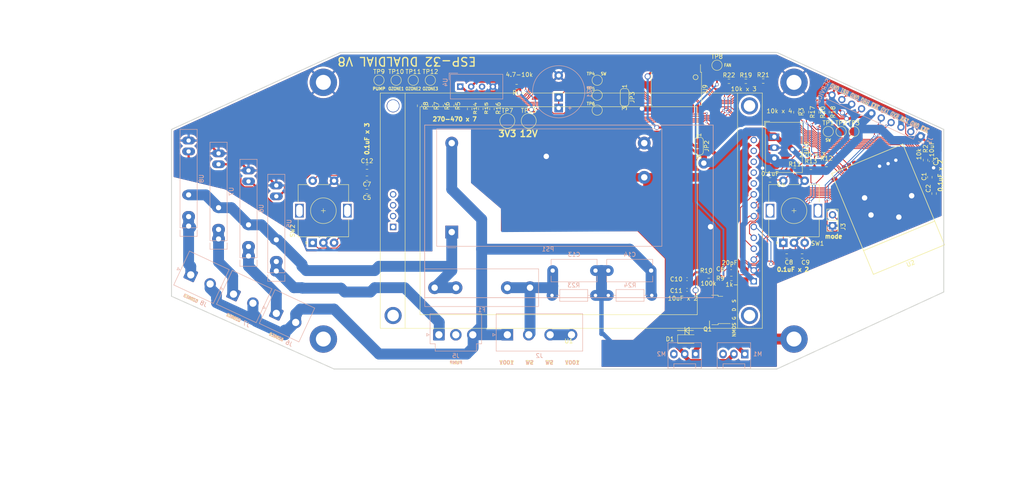
<source format=kicad_pcb>
(kicad_pcb (version 20221018) (generator pcbnew)
  (title_block (date "26 jul 2013"))
  (layers (0 "F.Cu" signal) (31 "B.Cu" signal) (34 "B.Paste" user) (35 "F.Paste" user) (36 "B.SilkS" user "B.Silkscreen") (37 "F.SilkS" user "F.Silkscreen") (38 "B.Mask" user) (39 "F.Mask" user) (44 "Edge.Cuts" user))
  (net 0 "")
  (net 1 "Net-(BZ1--)")
  (net 2 "+3V3")
  (net 3 "Earth")
  (net 4 "Net-(Q1-G)")
  (net 5 "Net-(D1-A)")
  (net 6 "Net-(J2-Pin_2)")
  (net 7 "Net-(J2-Pin_1)")
  (net 8 "Net-(PS1-AC{slash}L)")
  (net 9 "Net-(J1-Pin_4)")
  (net 10 "Net-(J1-Pin_5)")
  (net 11 "Net-(J1-Pin_7)")
  (net 12 "Net-(J2-Pin_3)")
  (net 13 "Net-(J3-Pin_2)")
  (net 14 "Net-(J5-Pin_1)")
  (net 16 "Net-(J6-Pin_1)")
  (net 17 "Net-(J7-Pin_1)")
  (net 18 "FAN")
  (net 19 "+12V")
  (net 20 "Net-(J8-Pin_1)")
  (net 21 "Net-(U9-VCC)")
  (net 22 "Net-(U9-O5)")
  (net 23 "Net-(R5-Pad1)")
  (net 24 "PUMP")
  (net 25 "OZON0")
  (net 26 "Net-(R6-Pad1)")
  (net 27 "Net-(R7-Pad1)")
  (net 28 "OZON1")
  (net 29 "OZON2")
  (net 30 "Net-(R8-Pad1)")
  (net 33 "Net-(U2-IO15)")
  (net 34 "Net-(U2-IO0)")
  (net 35 "RESET")
  (net 36 "Net-(U9-O1)")
  (net 37 "Net-(U9-O2)")
  (net 38 "Net-(U9-O3)")
  (net 39 "Net-(U9-O4)")
  (net 40 "Net-(U2-IO25)")
  (net 41 "Net-(U2-IO34)")
  (net 42 "Net-(U2-IO35)")
  (net 43 "Net-(U2-IO14)")
  (net 44 "Net-(U2-IO12)")
  (net 45 "Net-(U2-IO13)")
  (net 46 "Net-(U1-~{CS})")
  (net 47 "Net-(U1-RESET)")
  (net 48 "Net-(U1-D{slash}~{C})")
  (net 49 "Net-(U1-MOSI)")
  (net 50 "Net-(U1-SCK)")
  (net 51 "Net-(U1-LED)")
  (net 52 "Net-(U1-MISO)")
  (net 56 "Net-(C4-Pad1)")
  (net 57 "Net-(C5-Pad1)")
  (net 59 "Net-(C7-Pad1)")
  (net 60 "Net-(C8-Pad1)")
  (net 61 "Net-(C9-Pad1)")
  (net 68 "Net-(C12-Pad1)")
  (net 80 "BUZZER")
  (footprint "Wire_Pads:SolderWirePad_single_1-2mmDrill" (layer "F.Cu") (at 26.0756 81.8798)
    (fp_text reference "REF**" hide)
    (fp_text value "SolderWirePad_single_1-2mmDrill" hide)
  )
  (footprint "Resistor_SMD:R_0603_1608Metric" (layer "F.Cu") (at 202.75 106 90)
    (fp_text reference "C2")
    (fp_text value "0.1uF")
  )
  (footprint "Capacitor_SMD:C_0402_1005Metric" (layer "F.Cu") (at 202 98.48 -90)
    (fp_text reference "C3")
    (fp_text value "10u")
  )
  (footprint "Resistor_SMD:R_0603_1608Metric" (layer "F.Cu") (at 200.75 98.175 -90)
    (fp_text reference "R2")
    (fp_text value "10k")
  )
  (footprint "Resistor_SMD:R_0603_1608Metric" (layer "F.Cu") (at 87.5 85.5 -90)
    (fp_text reference "R6")
    (fp_text value "270")
  )
  (footprint "Resistor_SMD:R_0603_1608Metric" (layer "F.Cu") (at 85 85.5 -90)
    (fp_text reference "R7")
    (fp_text value "270")
  )
  (footprint "Resistor_SMD:R_0603_1608Metric" (layer "F.Cu") (at 155.359 125.82)
    (fp_text reference "R9")
    (fp_text value "1k")
  )
  (footprint "Rotary_Encoder:RotaryEncoder_Alps_EC11E-Switch_Vertical_H20mm" (layer "F.Cu") (at 167.5 117.5 90)
    (fp_text reference "SW1")
    (fp_text value "Rotary_Encoder_Switch")
  )
  (footprint "Resistor_SMD:R_0603_1608Metric" (layer "F.Cu") (at 105.175 81 180)
    (fp_text reference "R1")
    (fp_text value "103")
  )
  (footprint "MountingHole:MountingHole_3.2mm_M3_Pad" (layer "F.Cu") (at 170 140)
    (fp_text reference "H4" hide)
    (fp_text value "MountingHole_Pad")
  )
  (footprint "MountingHole:MountingHole_3.2mm_M3_Pad" (layer "F.Cu") (at 60 140)
    (fp_text reference "H2" hide)
    (fp_text value "MountingHole_Pad")
  )
  (footprint "Capacitor_SMD:C_0402_1005Metric" (layer "F.Cu") (at 155.304 123.42)
    (fp_text reference "C6")
    (fp_text value "20p")
  )
  (footprint "Resistor_SMD:R_0603_1608Metric" (layer "F.Cu") (at 201.75 102.175 -90)
    (fp_text reference "C1")
    (fp_text value "0.1uF")
  )
  (footprint "Rotary_Encoder:RotaryEncoder_Alps_EC11E-Switch_Vertical_H20mm" (layer "F.Cu") (at 57.5 117.5 90)
    (fp_text reference "SW2")
    (fp_text value "Rotary_Encoder_Switch")
  )
  (footprint "MountingHole:MountingHole_3.2mm_M3_Pad" (layer "F.Cu") (at 170 80)
    (fp_text reference "H3" hide)
    (fp_text value "MountingHole_Pad")
  )
  (footprint "MountingHole:MountingHole_3.2mm_M3_Pad" (layer "F.Cu") (at 60 80)
    (fp_text reference "H1" hide)
    (fp_text value "MountingHole_Pad")
  )
  (footprint "Jumper:SolderJumper-3_P1.3mm_Bridged12_RoundedPad1.0x1.5mm_NumberLabels" (layer "F.Cu") (at 147.8 94.9 -90)
    (fp_text reference "JP2")
    (fp_text value "Jumper_NC_Dual")
  )
  (footprint "library:ESP-WROOM-32" (layer "F.Cu") (at 194 114.5 -157.5)
    (fp_text reference "U2")
    (fp_text value "ESP-WROOM-32")
  )
  (footprint "Resistor_SMD:R_0603_1608Metric" (layer "F.Cu") (at 164.4 102.8 180)
    (fp_text reference "C4")
    (fp_text value "0.1uF")
  )
  (footprint "Resistor_SMD:R_0603_1608Metric" (layer "F.Cu") (at 70.175 105.5 180)
    (fp_text reference "C5")
    (fp_text value "0.1uF")
  )
  (footprint "Resistor_SMD:R_0603_1608Metric" (layer "F.Cu") (at 70.175 102.4 180)
    (fp_text reference "C7")
    (fp_text value "0.1uF")
  )
  (footprint "Resistor_SMD:R_0603_1608Metric" (layer "F.Cu") (at 171.9 120.6 180)
    (fp_text reference "C9")
    (fp_text value "0.1uF")
  )
  (footprint "Capacitor_SMD:C_0402_1005Metric" (layer "F.Cu") (at 145 126)
    (fp_text reference "C10")
    (fp_text value "10u")
  )
  (footprint "Capacitor_SMD:C_0402_1005Metric" (layer "F.Cu") (at 145 128.5 180)
    (fp_text reference "C11")
    (fp_text value "10u")
  )
  (footprint "Diode_SMD:D_SOD-123F" (layer "F.Cu") (at 145 140)
    (fp_text reference "D1")
    (fp_text value "D_Schottky")
  )
  (footprint "library:TFT3.2_ILI9341" (layer "F.Cu") (at 115 110 180)
    (fp_text reference "U1")
    (fp_text value "CR2013-MI2120")
  )
  (footprint "Resistor_SMD:R_0603_1608Metric" (layer "F.Cu") (at 70.2 99.8)
    (fp_text reference "C12")
    (fp_text value "0.1uF")
  )
  (footprint "Resistor_SMD:R_0603_1608Metric" (layer "F.Cu") (at 170.45 87 90)
    (fp_text reference "R3")
    (fp_text value "10k")
  )
  (footprint "Resistor_SMD:R_0603_1608Metric" (layer "F.Cu") (at 82.5 85.475 -90)
    (fp_text reference "R8")
    (fp_text value "270")
  )
  (footprint "Resistor_SMD:R_0603_1608Metric" (layer "F.Cu") (at 170.175 100.55)
    (fp_text reference "R11")
    (fp_text value "270")
  )
  (footprint "Resistor_SMD:R_0603_1608Metric" (layer "F.Cu") (at 96.8 86.175 90)
    (fp_text reference "R15")
    (fp_text value "270")
  )
  (footprint "Resistor_SMD:R_0603_1608Metric" (layer "F.Cu") (at 99.4 86.2 90)
    (fp_text reference "R16")
    (fp_text value "270")
  )
  (footprint "Resistor_SMD:R_0603_1608Metric" (layer "F.Cu") (at 172.9 86.95 -90)
    (fp_text reference "R17")
    (fp_text value "10k")
  )
  (footprint "Resistor_SMD:R_0603_1608Metric" (layer "F.Cu") (at 177.7 86.95 -90)
    (fp_text reference "R18")
    (fp_text value "10k")
  )
  (footprint "Resistor_SMD:R_0603_1608Metric" (layer "F.Cu") (at 158.75 79.75)
    (fp_text reference "R19")
    (fp_text value "10k")
  )
  (footprint "Resistor_SMD:R_0603_1608Metric" (layer "F.Cu") (at 175.3 87 -90)
    (fp_text reference "R20")
    (fp_text value "10k")
  )
  (footprint "Resistor_SMD:R_0603_1608Metric" (layer "F.Cu") (at 162.8 79.7)
    (fp_text reference "R21")
    (fp_text value "10k")
  )
  (footprint "Resistor_SMD:R_0603_1608Metric" (layer "F.Cu") (at 154.8 79.75)
    (fp_text reference "R22")
    (fp_text value "10k")
  )
  (footprint "Resistor_SMD:R_0603_1608Metric" (layer "F.Cu") (at 173.95 99.85)
    (fp_text reference "R13")
    (fp_text value "270")
  )
  (footprint "Resistor_SMD:R_0603_1608Metric" (layer "F.Cu") (at 90 85.5 -90)
    (fp_text reference "R5")
    (fp_text value "270")
  )
  (footprint "Resistor_SMD:R_0603_1608Metric" (layer "F.Cu") (at 94.2 86.2 90)
    (fp_text reference "R14")
    (fp_text value "270")
  )
  (footprint "Resistor_SMD:R_0603_1608Metric" (layer "F.Cu") (at 168.3 120.6)
    (fp_text reference "C8")
    (fp_text value "0.1uF")
  )
  (footprint "Resistor_SMD:R_0603_1608Metric" (layer "F.Cu") (at 177.6 99.2)
    (fp_text reference "R12")
    (fp_text value "270")
  )
  (footprint "Connector_PinHeader_2.54mm:PinHeader_2x01_P2.54mm_Vertical" (layer "F.Cu") (at 179 113.5 90)
    (fp_text reference "J3")
    (fp_text value "mode")
  )
  (footprint "TestPoint:TestPoint_Pad_D2.0mm" (layer "F.Cu") (at 178 91.5)
    (fp_text reference "TP1")
    (fp_text value "TestPoint")
  )
  (footprint "TestPoint:TestPoint_Pad_D2.0mm" (layer "F.Cu") (at 181 91.5)
    (fp_text reference "TP2")
    (fp_text value "TestPoint")
  )
  (footprint "TestPoint:TestPoint_Pad_D2.0mm" (layer "F.Cu") (at 184 91.5)
    (fp_text reference "TP3")
    (fp_text value "TestPoint")
  )
  (footprint "TestPoint:TestPoint_Pad_D2.0mm" (layer "F.Cu") (at 124 83)
    (fp_text reference "TP5")
    (fp_text value "TestPoint")
  )
  (footprint "TestPoint:TestPoint_Pad_D2.0mm" (layer "F.Cu") (at 124 86.5)
    (fp_text reference "TP6")
    (fp_text value "TestPoint")
  )
  (footprint "TestPoint:TestPoint_Pad_D3.0mm" (layer "F.Cu") (at 103 89)
    (fp_text reference "TP7")
    (fp_text value "TestPoint")
  )
  (footprint "TestPoint:TestPoint_Pad_D2.0mm" (layer "F.Cu") (at 152 76)
    (fp_text reference "TP8")
    (fp_text value "TestPoint")
  )
  (footprint "TestPoint:TestPoint_Pad_D2.0mm" (layer "F.Cu") (at 73 79.5)
    (fp_text reference "TP9")
    (fp_text value "TestPoint")
  )
  (footprint "TestPoint:TestPoint_Pad_D2.0mm" (layer "F.Cu") (at 77 79.5)
    (fp_text reference "TP10")
    (fp_text value "TestPoint")
  )
  (footprint "TestPoint:TestPoint_Pad_D2.0mm" (layer "F.Cu") (at 81 79.5)
    (fp_text reference "TP11")
    (fp_text value "TestPoint")
  )
  (footprint "TestPoint:TestPoint_Pad_D2.0mm" (layer "F.Cu") (at 85 79.5)
    (fp_text reference "TP12")
    (fp_text value "TestPoint")
  )
  (footprint "TestPoint:TestPoint_Pad_D3.0mm" (layer "F.Cu") (at 108 89)
    (fp_text reference "TP13")
    (fp_text value "TestPoint")
  )
  (footprint "Resistor_SMD:R_0603_1608Metric" (layer "F.Cu") (at 150.075 125.25)
    (fp_text reference "R10")
    (fp_text value "100k")
  )
  (footprint "TestPoint:TestPoint_Pad_D2.0mm" (layer "F.Cu") (at 124 79.5)
    (fp_text reference "TP4")
    (fp_text value "TestPoint")
  )
  (footprint "Jumper:SolderJumper-3_P1.3mm_Bridged12_RoundedPad1.0x1.5mm_NumberLabels" (layer "F.Cu") (at 130.4 83.5 -90)
    (fp_text reference "JP3")
    (fp_text value "Jumper_NC_Dual")
  )
  (footprint "Package_SO:SOIC-18W_7.5x11.6mm_P1.27mm" (layer "F.Cu") (at 142.5 81.5 -90)
    (fp_text reference "U9")
    (fp_text value "TBD62783A")
  )
  (footprint "Package_TO_SOT_SMD:TO-252-2" (layer "F.Cu") (at 149.8 133.2 180)
    (fp_text reference "Q1")
    (fp_text value "Q_NMOS_GDS")
  )
  (footprint "Converter_DCDC:Converter_DCDC_RECOM_R-78E-0.5_THT" (layer "F.Cu") (at 165.4 92.72 -90)
    (fp_text reference "U10")
    (fp_text value "ROAM BP5293-33")
  )
  (footprint "Connector_PinHeader_2.54mm:PinHeader_1x10_P2.54mm_Vertical" (layer "B.Cu") (at 199.604044 92.612543 65)
    (fp_text reference "J1")
    (fp_text value "SERVICE")
  )
  (footprint "Sensor:Aosong_DHT11_5.5x12.0_P2.54mm" (layer "B.Cu") (at 92 81 -90)
    (fp_text reference "U4")
    (fp_text value "DHT11")
  )
  (footprint "Converter_ACDC:Converter_ACDC_MeanWell_IRM-20-xx_THT" (layer "B.Cu") (at 90 115)
    (fp_text reference "PS1")
    (fp_text value "IRM-20-12")
  )
  (footprint "library:20mmFuse_P5x2" (layer "B.Cu") (at 97 128)
    (fp_text reference "F1")
    (fp_text value "Fuse")
  )
  (footprint "Connector_JST:JST_VH_B3P-VH_1x03_P3.96mm_Vertical" (layer "B.Cu") (at 87 139)
    (fp_text reference "J5")
    (fp_text value "Conn_01x03_Male")
  )
  (footprint "Connector_JST:JST_NV_B02P-NV_1x02_P5.00mm_Vertical" (layer "B.Cu") (at 49 134 -25)
    (fp_text reference "J6")
    (fp_text value "Conn_01x02_Male")
  )
  (footprint "Connector_JST:JST_NV_B04P-NV_1x04_P5.00mm_Vertical" (layer "B.Cu") (at 103 139)
    (fp_text reference "J2")
    (fp_text value "Conn_01x04_Male")
  )
  (footprint "Connector_JST:JST_NV_B02P-NV_1x02_P5.00mm_Vertical" (layer "B.Cu") (at 39 129.5 -25)
    (fp_text reference "J7")
    (fp_text value "Conn_01x02_Male")
  )
  (footprint "Connector_JST:JST_NV_B02P-NV_1x02_P5.00mm_Vertical" (layer "B.Cu") (at 29 125 -25)
    (fp_text reference "J8")
    (fp_text value "Conn_01x02_Male")
  )
  (footprint "Connector:FanPinHeader_1x03_P2.54mm_Vertical" (layer "B.Cu") (at 158.5 143.5 180)
    (fp_text reference "M1")
    (fp_text value "Fan_CPU_4pin")
  )
  (footprint "Connector:FanPinHeader_1x03_P2.54mm_Vertical" (layer "B.Cu") (at 147 143.5 180)
    (fp_text reference "M2")
    (fp_text value "Fan_CPU_4pin")
  )
  (footprint "library:Buzzer_7.6_5.0" (layer "B.Cu") (at 115 86 90)
    (fp_text reference "BZ1")
    (fp_text value "Buzzer")
  )
  (footprint "library:SSR_SHARP_S108T02_NNC_NNG1D-25mm" (layer "B.Cu") (at 42.5 109.5 90)
    (fp_text reference "U6")
    (fp_text value "S108T02")
  )
  (footprint "library:SSR_SHARP_S108T02_NNC_NNG1D-25mm" (layer "B.Cu") (at 35.5 105.5 90)
    (fp_text reference "U7")
    (fp_text value "S108T02")
  )
  (footprint "library:SSR_SHARP_S108T02_NNC_NNG1D-25mm" (layer "B.Cu") (at 28.5 102.5 90)
    (fp_text reference "U8")
    (fp_text value "S108T02")
  )
  (footprint "library:SSR_SHARP_S108T02_NNC_NNG1D-25mm" (layer "B.Cu") (at 49 113 90)
    (fp_text reference "U5")
    (fp_text value "S108T02")
  )
  (footprint "Capacitor_THT:C_Disc_D10.5mm_W5.0mm_P10.00mm" (layer "B.Cu") (at 136.6 124 180)
    (fp_text reference "C14")
    (fp_text value "1000p")
  )
  (footprint "Resistor_THT:R_Axial_DIN0207_L6.3mm_D2.5mm_P10.16mm_Horizontal" (layer "B.Cu") (at 136.76 129.8 180)
    (fp_text reference "R24")
    (fp_text value "1MΩ")
  )
  (footprint "Capacitor_THT:C_Disc_D10.5mm_W5.0mm_P10.00mm" (layer "B.Cu") (at 123.6 124 180)
    (fp_text reference "C13")
    (fp_text value "1000p")
  )
  (footprint "Resistor_THT:R_Axial_DIN0207_L6.3mm_D2.5mm_P10.16mm_Horizontal" (layer "B.Cu") (at 123.6 129.8 180)
    (fp_text reference "R23")
    (fp_text value "1MΩ")
  )
  (gr_line (start 151.12 130.33) (end 83.68 130.33) (stroke (width 0.15)) (layer "B.SilkS"))
  (gr_line (start 83.68 130.33) (end 83.68 89.99) (stroke (width 0.15)) (layer "B.SilkS"))
  (gr_line (start 83.68 89.99) (end 151.12 89.99) (stroke (width 0.15)) (layer "B.SilkS"))
  (gr_line (start 151.12 89.99) (end 151.12 130.33) (stroke (width 0.15)) (layer "B.SilkS"))
  (gr_line (start 144.5 137.25) (end 144.5 139) (stroke (width 0.15)) (layer "F.SilkS"))
  (gr_line (start 145.5 138.75) (end 144.5 138) (stroke (width 0.15)) (layer "F.SilkS"))
  (gr_line (start 150.25 135.75) (end 150.25 137.25) (stroke (width 0.15)) (layer "F.SilkS"))
  (gr_line (start 142.75 138) (end 146.5 138) (stroke (width 0.15)) (layer "F.SilkS"))
  (gr_line (start 145.5 137.25) (end 145.5 139) (stroke (width 0.15)) (layer "F.SilkS"))
  (gr_circle (center 147 78.8) (end 147.4 79.2) (stroke (width 0.15)) (fill none) (layer "F.SilkS"))
  (gr_line (start 144.5 138) (end 145.5 137.25) (stroke (width 0.15)) (layer "F.SilkS"))
  (gr_line (start 62.5 147) (end 24.5 130) (stroke (width 0.2)) (layer "Edge.Cuts"))
  (gr_line (start 166 147) (end 62.5 147) (stroke (width 0.2)) (layer "Edge.Cuts"))
  (gr_line (start 166 147) (end 205 129) (stroke (width 0.2)) (layer "Edge.Cuts"))
  (gr_line (start 64 73) (end 24.5 91) (stroke (width 0.2)) (layer "Edge.Cuts"))
  (gr_line (start 205 91) (end 205 129) (stroke (width 0.2)) (layer "Edge.Cuts"))
  (gr_line (start 24.5 91) (end 24.5 130) (stroke (width 0.2)) (layer "Edge.Cuts"))
  (gr_line (start 166 73) (end 205 91) (stroke (width 0.2)) (layer "Edge.Cuts"))
  (gr_line (start 64 73) (end 166 73) (stroke (width 0.2)) (layer "Edge.Cuts"))
  (gr_text "3V3 GND 12V RXD TXD 3V3 PRG GND RST GND" (at 190 86 -25) (layer "B.SilkS") (effects (font (size 1 0.71) (thickness 0.1775)) (justify mirror)))
  (gr_text "OZONE2" (at 39 135 -25) (layer "B.SilkS") (effects (font (size 0.7 0.6)) (justify mirror)))
  (gr_text "OZONE3" (at 29 130.5 -25) (layer "B.SilkS") (effects (font (size 0.7 0.6)) (justify mirror)))
  (gr_text "OZONE1" (at 49 139.5 -25) (layer "B.SilkS") (effects (font (size 0.7 0.6)) (justify mirror)))
  (gr_text "PUMP" (at 91 145.5) (layer "B.SilkS") (effects (font (size 0.7 0.7) (thickness 0.175)) (justify mirror)))
  (gr_text "100V    SW    SW    100V\n" (at 110.5 145.5) (layer "B.SilkS") (effects (font (size 0.9 0.9) (thickness 0.175)) (justify mirror)))
  (gr_text "270-470 x 7" (at 90.7 88.6) (layer "F.SilkS") (effects (font (size 1 1) (thickness 0.25))))
  (gr_text "0.1uF x 2" (at 204.2 101.8 90) (layer "F.SilkS") (effects (font (size 1 1) (thickness 0.2))))
  (gr_text "10uF" (at 202.2 95.6 90) (layer "F.SilkS") (effects (font (size 1 1))))
  (gr_text "10k" (at 199.2 96.8 90) (layer "F.SilkS") (effects (font (size 1 1))))
  (gr_text "4.7-10k" (at 105.8 78.2) (layer "F.SilkS") (effects (font (size 1 1))))
  (gr_text "20pF" (at 154.94 122.174) (layer "F.SilkS") (effects (font (size 1 1))))
  (gr_text "NMOS G  D  S  " (at 156 134.5 90) (layer "F.SilkS") (effects (font (size 0.8 0.8))))
  (gr_text "10uF x 2" (at 144 130.5) (layer "F.SilkS") (effects (font (size 1 1))))
  (gr_text "1k-" (at 155.5 127.254) (layer "F.SilkS") (effects (font (size 1 1))))
  (gr_text "100k" (at 150 127) (layer "F.SilkS") (effects (font (size 1 1))))
  (gr_text "0.1uF x 2" (at 169.75 123.75) (layer "F.SilkS") (effects (font (size 1 1) (thickness 0.25))))
  (gr_text "270 x 3" (at 174.3 96.95) (layer "F.SilkS") (effects (font (size 1 1))))
  (gr_text "10k x 3" (at 158.25 81.55) (layer "F.SilkS") (effects (font (size 1 1))))
  (gr_text "10k x 4" (at 166.6 86.7) (layer "F.SilkS") (effects (font (size 1 1))))
  (gr_text "OZONE1" (at 77 81.5) (layer "F.SilkS") (effects (font (size 0.7 0.6))))
  (gr_text "OZONE2" (at 81 81.5) (layer "F.SilkS") (effects (font (size 0.7 0.6))))
  (gr_text "OZONE3" (at 85 81.5) (layer "F.SilkS") (effects (font (size 0.7 0.6))))
  (gr_text "SW" (at 125.5 78) (layer "F.SilkS") (effects (font (size 0.7 0.6))))
  (gr_text "SW" (at 178 93.5) (layer "F.SilkS") (effects (font (size 0.7 0.6))))
  (gr_text "FAN" (at 154.5 76) (layer "F.SilkS") (effects (font (size 0.7 0.6))))
  (gr_text "OZONE3" (at 29 130.5 -25) (layer "F.SilkS") (effects (font (size 0.7 0.6))))
  (gr_text "OZONE2" (at 39 135 -25) (layer "F.SilkS") (effects (font (size 0.7 0.6))))
  (gr_text "OZONE1" (at 49 139.5 -25) (layer "F.SilkS") (effects (font (size 0.7 0.6))))
  (gr_text "PUMP" (at 91 145.5) (layer "F.SilkS") (effects (font (size 0.7 0.7) (thickness 0.175))))
  (gr_text "100V    SW    SW    100V\n" (at 110.5 145.5) (layer "F.SilkS") (effects (font (size 0.9 0.9) (thickness 0.175))))
  (gr_text "3V3 GND 12V RXD TXD 3V3 PRG GND RST GND" (at 190 86 155) (layer "F.SilkS") (effects (font (size 1 0.71) (thickness 0.1775))))
  (gr_text "12V" (at 108 92) (layer "F.SilkS") (effects (font (size 1.5 1.5) (thickness 0.3))))
  (gr_text "3V3" (at 103 92) (layer "F.SilkS") (effects (font (size 1.5 1.5) (thickness 0.3))))
  (gr_text "ESP-32 DUALDIAL V8" (at 79.5 75.1 180) (layer "F.SilkS") (effects (font (size 2 2) (thickness 0.3))))
  (gr_text "PUMP" (at 73 81.5) (layer "F.SilkS") (effects (font (size 0.7 0.7) (thickness 0.175))))
  (gr_text "mode" (at 179.25 116) (layer "F.SilkS") (effects (font (size 1 1) (thickness 0.25))))
  (gr_text "0.1uF x 3" (at 70.2 93.2 90) (layer "F.SilkS") (effects (font (size 1 1) (thickness 0.25))))
  (segment (start 130.4 83.5) (end 129.3 83.5) (width 0.2032) (layer "F.Cu") (net 1))
  (segment (start 115 86) (end 115 83.5) (width 0.2032) (layer "F.Cu") (net 1))
  (segment (start 129.3 83.5) (end 128.8 83) (width 0.2032) (layer "F.Cu") (net 1))
  (segment (start 120.3016 78.1984) (end 115 83.5) (width 0.2032) (layer "F.Cu") (net 1))
  (segment (start 128.8 83) (end 128.8 82.459259) (width 0.2032) (layer "F.Cu") (net 1))
  (segment (start 115 86) (end 115 84.532604) (width 0.2032) (layer "F.Cu") (net 1))
  (segment (start 124.539141 78.1984) (end 120.3016 78.1984) (width 0.2032) (layer "F.Cu") (net 1))
  (segment (start 128.8 82.459259) (end 124.539141 78.1984) (width 0.2032) (layer "F.Cu") (net 1))
  (segment (start 148.919 98.881) (end 148.919 98.881) (width 2) (layer "F.Cu") (net 2))
  (segment (start 177.5 85.35) (end 173.05 85.35) (width 0.508) (layer "F.Cu") (net 2))
  (segment (start 161.975 79.7) (end 161.975 78.675) (width 0.2032) (layer "F.Cu") (net 2))
  (segment (start 163.6542 78.4) (end 164.8 79.5458) (width 0.508) (layer "F.Cu") (net 2))
  (segment (start 157.925 79.75) (end 157.925 78.325) (width 0.2032) (layer "F.Cu") (net 2))
  (segment (start 161.7 78.4) (end 161.6 78.3) (width 0.2032) (layer "F.Cu") (net 2))
  (segment (start 149 98.8) (end 149 97.4) (width 1.27) (layer "F.Cu") (net 2))
  (segment (start 200.5 97.5) (end 201.5 97.5) (width 0.508) (layer "F.Cu") (net 2))
  (segment (start 161.6 78.3) (end 157.95 78.3) (width 0.2032) (layer "F.Cu") (net 2))
  (segment (start 175.3 85.45) (end 175.3 86.175) (width 0.2032) (layer "F.Cu") (net 2))
  (segment (start 180.587074 88.437074) (end 177.5 85.35) (width 0.508) (layer "F.Cu") (net 2))
  (segment (start 92 81) (end 92.291704 81) (width 0.508) (layer "F.Cu") (net 2))
  (segment (start 153.975 79.75) (end 153.975 78.275) (width 0.2032) (layer "F.Cu") (net 2))
  (segment (start 201.8 105.5542) (end 201.8 104.2792) (width 0.508) (layer "F.Cu") (net 2))
  (segment (start 201.5 97.5) (end 202 98) (width 0.508) (layer "F.Cu") (net 2))
  (segment (start 172.9 85.5) (end 173.05 85.35) (width 0.2032) (layer "F.Cu") (net 2))
  (segment (start 187.243936 88.09529) (end 183.45471 88.09529) (width 0.508) (layer "F.Cu") (net 2))
  (segment (start 164.8 79.5458) (end 164.8 81.95) (width 0.508) (layer "F.Cu") (net 2))
  (segment (start 161.7 78.4) (end 163.6542 78.4) (width 0.508) (layer "F.Cu") (net 2))
  (segment (start 202.75 108.901898) (end 202.75 106.825) (width 0.508) (layer "F.Cu") (net 2))
  (segment (start 188.093935 87.245291) (end 187.243936 88.09529) (width 0.508) (layer "F.Cu") (net 2))
  (segment (start 113.821421 91.549988) (end 108.635774 86.364341) (width 0.508) (layer "F.Cu") (net 2))
  (segment (start 201.727281 109.924617) (end 202.75 108.901898) (width 0.508) (layer "F.Cu") (net 2))
  (segment (start 203.62901 96.637509) (end 199.604044 92.612543) (width 0.508) (layer "F.Cu") (net 2))
  (segment (start 183.45471 88.09529) (end 183.060353 88.489647) (width 0.508) (layer "F.Cu") (net 2))
  (segment (start 149 97.4) (end 147.8 96.2) (width 1.27) (layer "F.Cu") (net 2))
  (segment (start 161.7 78.4) (end 154.15 78.4) (width 0.508) (layer "F.Cu") (net 2))
  (segment (start 183.060353 88.489647) (end 182.277369 88.489647) (width 0.508) (layer "F.Cu") (net 2))
  (segment (start 105.635659 86.364341) (end 108.635774 86.364341) (width 0.508) (layer "F.Cu") (net 2))
  (segment (start 146.8 96.2) (end 142.149988 91.549988) (width 0.508) (layer "F.Cu") (net 2))
  (segment (start 106 81) (end 106 82.244726) (width 0.508) (layer "F.Cu") (net 2))
  (segment (start 93.445705 82.154001) (end 100.132898 82.154001) (width 0.508) (layer "F.Cu") (net 2))
  (segment (start 103 89) (end 105.635659 86.364341) (width 0.508) (layer "F.Cu") (net 2))
  (segment (start 100.205354 82.081545) (end 104.918455 82.081545) (width 0.508) (layer "F.Cu") (net 2))
  (segment (start 203.62901 102.45019) (end 203.62901 102.37099) (width 0.508) (layer "F.Cu") (net 2))
  (segment (start 202.75 106.5042) (end 201.8 105.5542) (width 0.508) (layer "F.Cu") (net 2))
  (segment (start 177.7 85.55) (end 177.7 86.125) (width 0.2032) (layer "F.Cu") (net 2))
  (segment (start 203.62901 102.37099) (end 203.62901 97.37099) (width 0.508) (layer "F.Cu") (net 2))
  (segment (start 178.392764 84.205491) (end 181.317135 87.129862) (width 0.508) (layer "F.Cu") (net 2))
  (segment (start 172.9 86.125) (end 172.9 85.5) (width 0.2032) (layer "F.Cu") (net 2))
  (segment (start 183.112926 88.437074) (end 180.587074 88.437074) (width 0.508) (layer "F.Cu") (net 2))
  (segment (start 106 82.244726) (end 105.790602 82.454124) (width 0.508) (layer "F.Cu") (net 2))
  (segment (start 202 98) (end 203 98) (width 0.508) (layer "F.Cu") (net 2))
  (segment (start 177.5 85.35) (end 177.7 85.55) (width 0.2032) (layer "F.Cu") (net 2))
  (segment (start 203 98) (end 203.62901 97.37099) (width 0.508) (layer "F.Cu") (net 2))
  (segment (start 92.291704 81) (end 93.445705 82.154001) (width 0.508) (layer "F.Cu") (net 2))
  (segment (start 183.45471 88.09529) (end 183.112926 88.437074) (width 0.508) (layer "F.Cu") (net 2))
  (segment (start 203.62901 97.37099) (end 203.62901 96.637509) (width 0.508) (layer "F.Cu") (net 2))
  (segment (start 202.75 106.825) (end 202.75 106.5042) (width 0.508) (layer "F.Cu") (net 2))
  (segment (start 154 78.3) (end 154.05 78.3) (width 0.2032) (layer "F.Cu") (net 2))
  (segment (start 157.95 78.3) (end 156.475 78.3) (width 0.2032) (layer "F.Cu") (net 2))
  (segment (start 153.975 78.275) (end 154 78.3) (width 0.2032) (layer "F.Cu") (net 2))
  (segment (start 201.8 104.2792) (end 203.62901 102.45019) (width 0.508) (layer "F.Cu") (net 2))
  (segment (start 154.15 78.4) (end 154.05 78.3) (width 0.508) (layer "F.Cu") (net 2))
  (segment (start 173.05 85.35) (end 175.2 85.35) (width 0.2032) (layer "F.Cu") (net 2))
  (segment (start 161.975 78.675) (end 161.7 78.4) (width 0.2032) (layer "F.Cu") (net 2))
  (segment (start 154.05 78.3) (end 156.475 78.3) (width 0.2032) (layer "F.Cu") (net 2))
  (segment (start 100.132898 82.154001) (end 100.205354 82.081545) (width 0.508) (layer "F.Cu") (net 2))
  (segment (start 149 98.8) (end 148.919 98.881) (width 2) (layer "F.Cu") (net 2))
  (segment (start 157.925 78.325) (end 157.95 78.3) (width 0.2032) (layer "F.Cu") (net 2))
  (segment (start 175.2 85.35) (end 175.3 85.45) (width 0.2032) (layer "F.Cu") (net 2))
  (segment (start 175.2 85.35) (end 177.5 85.35) (width 0.2032) (layer "F.Cu") (net 2))
  (segment (start 164.8 81.95) (end 167.055491 84.205491) (width 0.508) (layer "F.Cu") (net 2))
  (segment (start 167.055491 84.205491) (end 178.392764 84.205491) (width 0.508) (layer "F.Cu") (net 2))
  (segment (start 142.149988 91.549988) (end 113.821421 91.549988) (width 0.508) (layer "F.Cu") (net 2))
  (segment (start 147.8 96.2) (end 146.8 96.2) (width 0.508) (layer "F.Cu") (net 2))
  (segment (start 104.918455 82.081545) (end 106 81) (width 0.508) (layer "F.Cu") (net 2))
  (via (at 182.277369 88.489647) (size 1.1) (drill 0.8) (layers "F.Cu" "B.Cu") (net 2))
  (via (at 105.790602 82.454124) (size 1.1) (drill 0.8) (layers "F.Cu" "B.Cu") (net 2))
  (via (at 108.635774 86.364341) (size 1.1) (drill 0.8) (layers "F.Cu" "B.Cu") (net 2))
  (via (at 148.919 98.881) (size 2.54) (drill 1.27) (layers "F.Cu" "B.Cu") (net 2))
  (via (at 181.317135 87.129862) (size 1.1) (drill 0.8) (layers "F.Cu" "B.Cu") (net 2))
  (segment (start 150.8 98.8) (end 157.654001 91.945999) (width 2) (layer "B.Cu") (net 2))
  (segment (start 158.545999 91.945999) (end 157.654001 91.945999) (width 1.27) (layer "B.Cu") (net 2))
  (segment (start 158.910999 91.580999) (end 162.330999 91.580999) (width 2) (layer "B.Cu") (net 2))
  (segment (start 185.044613 90.294613) (end 185.663522 90.913522) (width 2) (layer "B.Cu") (net 2))
  (segment (start 149 98.8) (end 150.8 98.8) (width 2) (layer "B.Cu") (net 2))
  (segment (start 162.330999 91.580999) (end 162.330999 92.33817) (width 2) (layer "B.Cu") (net 2))
  (segment (start 163 96.703074) (end 164.096926 97.8) (width 2) (layer "B.Cu") (net 2))
  (segment (start 164.096926 97.8) (end 165.4 97.8) (width 2) (layer "B.Cu") (net 2))
  (segment (start 158.064999 123.965999) (end 160.6 126.501) (width 1.27) (layer "B.Cu") (net 2))
  (segment (start 192.929201 93.539094) (end 198.677493 93.539094) (width 2) (layer "B.Cu") (net 2))
  (segment (start 198.677493 93.539094) (end 199.604044 92.612543) (width 2) (layer "B.Cu") (net 2))
  (segment (start 181.317135 87.129862) (end 182.277369 88.090096) (width 0.508) (layer "B.Cu") (net 2))
  (segment (start 169.571464 98.89585) (end 171.310625 100.635011) (width 2) (layer "B.Cu") (net 2))
  (segment (start 185.044613 90.294613) (end 188.093935 87.245291) (width 2) (layer "B.Cu") (net 2))
  (segment (start 171.310625 100.635011) (end 177.489375 100.635011) (width 2) (layer "B.Cu") (net 2))
  (segment (start 185.044613 93.079773) (end 185.044613 90.294613) (width 2) (layer "B.Cu") (net 2))
  (segment (start 165.4 98.189191) (end 166.106659 98.89585) (width 2) (layer "B.Cu") (net 2))
  (segment (start 158.545999 112.850199) (end 158.064999 113.331199) (width 1.27) (layer "B.Cu") (net 2))
  (segment (start 177.489375 100.635011) (end 185.044613 93.079773) (width 2) (layer "B.Cu") (net 2))
  (segment (start 162.330999 92.33817) (end 163 93.007171) (width 2) (layer "B.Cu") (net 2))
  (segment (start 108.635774 85.299296) (end 108.635774 86.364341) (width 0.508) (layer "B.Cu") (net 2))
  (segment (start 182.277369 88.090096) (end 182.277369 88.489647) (width 0.508) (layer "B.Cu") (net 2))
  (segment (start 165.4 97.8) (end 165.4 98.189191) (width 2) (layer "B.Cu") (net 2))
  (segment (start 105.790602 82.454124) (end 108.635774 85.299296) (width 0.508) (layer "B.Cu") (net 2))
  (segment (start 158.545999 91.945999) (end 158.545999 112.850199) (width 1.27) (layer "B.Cu") (net 2))
  (segment (start 185.663522 90.913522) (end 190.303629 90.913522) (width 2) (layer "B.Cu") (net 2))
  (segment (start 158.545999 91.945999) (end 158.910999 91.580999) (width 2) (layer "B.Cu") (net 2))
  (segment (start 158.064999 113.331199) (end 158.064999 123.965999) (width 1.27) (layer "B.Cu") (net 2))
  (segment (start 163 93.007171) (end 163 96.703074) (width 2) (layer "B.Cu") (net 2))
  (segment (start 190.303629 90.913522) (end 192.929201 93.539094) (width 2) (layer "B.Cu") (net 2))
  (segment (start 166.106659 98.89585) (end 169.571464 98.89585) (width 2) (layer "B.Cu") (net 2))
  (segment (start 202.62901 99.97099) (end 202.62901 102.12099) (width 0.508) (layer "F.Cu") (net 3))
  (segment (start 162.65 100.05) (end 162.65 96.39) (width 1.27) (layer "F.Cu") (net 3))
  (segment (start 144.1 127.1) (end 143.9016 126.9016) (width 0.2032) (layer "F.Cu") (net 3))
  (segment (start 202.62901 102.12099) (end 201.75 103) (width 0.508) (layer "F.Cu") (net 3))
  (segment (start 146.4 127.1) (end 144.1 127.1) (width 0.2032) (layer "F.Cu") (net 3))
  (segment (start 42.5 100.6) (end 45.5 100.6) (width 0.508) (layer "F.Cu") (net 3))
  (segment (start 202.75 105.175) (end 203.8 106.225) (width 0.508) (layer "F.Cu") (net 3))
  (segment (start 71.025 99.8) (end 69.35 101.475) (width 0.25) (layer "F.Cu") (net 3))
  (segment (start 46 101.1) (end 49 104.1) (width 0.508) (layer "F.Cu") (net 3))
  (segment (start 202.62901 99.58901) (end 202.62901 99.97099) (width 0.508) (layer "F.Cu") (net 3))
  (segment (start 137.42 86.15) (end 134.45 86.15) (width 0.508) (layer "F.Cu") (net 3))
  (segment (start 32.5 93.6) (end 35.5 96.6) (width 0.508) (layer "F.Cu") (net 3))
  (segment (start 169.125 120.6) (end 170.3 120.6) (width 0.2032) (layer "F.Cu") (net 3))
  (segment (start 163.575 102.125) (end 164.05 101.65) (width 0.2032) (layer "F.Cu") (net 3))
  (segment (start 163.575 102.8) (end 163.575 102.125) (width 0.2032) (layer "F.Cu") (net 3))
  (segment (start 203.8 106.225) (end 203.8 109.511233) (width 0.508) (layer "F.Cu") (net 3))
  (segment (start 203.8 109.511233) (end 202.213289 111.097944) (width 0.508) (layer "F.Cu") (net 3))
  (segment (start 28.5 93.6) (end 32.5 93.6) (width 0.508) (layer "F.Cu") (net 3))
  (segment (start 163.575 102.8) (end 163.575 102.375) (width 0.2032) (layer "F.Cu") (net 3))
  (segment (start 45.5 100.6) (end 46 101.1) (width 0.508) (layer "F.Cu") (net 3))
  (segment (start 170.3 117.8) (end 170 117.5) (width 0.2032) (layer "F.Cu") (net 3))
  (segment (start 69.35 101.475) (end 69.35 102.4) (width 0.25) (layer "F.Cu") (net 3))
  (segment (start 170.3 120.6) (end 171.075 120.6) (width 0.2032) (layer "F.Cu") (net 3))
  (segment (start 162.65 96.39) (end 163.78 95.26) (width 1.27) (layer "F.Cu") (net 3))
  (segment (start 170 140) (end 165.4 140) (width 2.54) (layer "F.Cu") (net 3))
  (segment (start 170.3 120.6) (end 170.3 117.8) (width 0.2032) (layer "F.Cu") (net 3))
  (segment (start 38.5 96.6) (end 42.5 100.6) (width 0.508) (layer "F.Cu") (net 3))
  (segment (start 202 98.96) (end 202.62901 99.58901) (width 0.508) (layer "F.Cu") (net 3))
  (segment (start 192.431503 106.793625) (end 196.735822 111.097944) (width 0.508) (layer "F.Cu") (net 3))
  (segment (start 163.78 95.26) (end 165.4 95.26) (width 1.27) (layer "F.Cu") (net 3))
  (segment (start 35.5 96.6) (end 38.5 96.6) (width 0.508) (layer "F.Cu") (net 3))
  (segment (start 143.9016 126) (end 144.52 126) (width 0.2032) (layer "F.Cu") (net 3))
  (segment (start 148.25 125.25) (end 146.4 127.1) (width 0.2032) (layer "F.Cu") (net 3))
  (segment (start 143.9016 126.9016) (end 143.9016 126) (width 0.2032) (layer "F.Cu") (net 3))
  (segment (start 196.735822 111.097944) (end 202.213289 111.097944) (width 0.508) (layer "F.Cu") (net 3))
  (segment (start 149.25 125.25) (end 148.25 125.25) (width 0.2032) (layer "F.Cu") (net 3))
  (via (at 197.5 106.5) (size 2.54) (drill 1.27) (layers "F.Cu" "B.Cu") (net 3))
  (via (at 188 111) (size 2.54) (drill 1.27) (layers "F.Cu" "B.Cu") (net 3))
  (via (at 192 99) (size 1.1) (drill 0.8) (layers "F.Cu" "B.Cu") (net 3))
  (via (at 162.65 100.05) (size 1.1) (drill 0.8) (layers "F.Cu" "B.Cu") (net 3))
  (via (at 150.5 113.75) (size 2.54) (drill 1.27) (layers "F.Cu" "B.Cu") (net 3))
  (via (at 112.1 97.3) (size 2.54) (drill 1.27) (layers "F.Cu" "B.Cu") (net 3))
  (via (at 134.45 86.15) (size 1.39954) (drill 1.00076) (layers "F.Cu" "B.Cu") (net 3))
  (via (at 190 99.6) (size 1.1) (drill 0.8) (layers "F.Cu" "B.Cu") (net 3))
  (via (at 194.5 111.5) (size 2.54) (drill 1.27) (layers "F.Cu" "B.Cu") (net 3))
  (via (at 186.5 107) (size 2.54) (drill 1.27) (layers "F.Cu" "B.Cu") (net 3))
  (via (at 202.62901 99.97099) (size 1.1) (drill 0.8) (layers "F.Cu" "B.Cu") (net 3))
  (via (at 164.05 101.65) (size 1.1) (drill 0.8) (layers "F.Cu" "B.Cu") (net 3))
  (via (at 193.8 98.2) (size 1.1) (drill 0.8) (layers "F.Cu" "B.Cu") (net 3))
  (segment (start 171.905569 103) (end 172.5 103) (width 0.2032) (layer "B.Cu") (net 3))
  (segment (start 161.876401 125.092999) (end 163.933701 127.150299) (width 1.016) (layer "B.Cu") (net 3))
  (segment (start 161.731999 125.092999) (end 161.876401 125.092999) (width 1.016) (layer "B.Cu") (net 3))
  (segment (start 142 101.2) (end 142 138.2) (width 1.016) (layer "B.Cu") (net 3))
  (segment (start 125 124) (end 126.6 124) (width 2.54) (layer "B.Cu") (net 3))
  (segment (start 180.403069 85.659941) (end 178.885848 84.14272) (width 1.27) (layer "B.Cu") (net 3))
  (segment (start 170 140) (end 165.908 140) (width 1.016) (layer "B.Cu") (net 3))
  (segment (start 125.4 138.8) (end 125 138.8) (width 1.016) (layer "B.Cu") (net 3))
  (segment (start 125 129.8) (end 126.6 129.8) (width 2.54) (layer "B.Cu") (net 3))
  (segment (start 183.489892 85.09839) (end 182.928341 85.659941) (width 1.27) (layer "B.Cu") (net 3))
  (segment (start 164.05 101.65) (end 170.555569 101.65) (width 0.2032) (layer "B.Cu") (net 3))
  (segment (start 170 139.52) (end 170 140) (width 2) (layer "B.Cu") (net 3))
  (segment (start 125 138.8) (end 125 129.8) (width 1.016) (layer "B.Cu") (net 3))
  (segment (start 165.908 140) (end 163.933701 138.025701) (width 1.016) (layer "B.Cu") (net 3))
  (segment (start 178.885848 84.14272) (end 178.885848 82.95149) (width 1.27) (layer "B.Cu") (net 3))
  (segment (start 160.6 123.961) (end 161.731999 125.092999) (width 1.016) (layer "B.Cu") (net 3))
  (segment (start 135 94.2) (end 142 101.2) (width 1.016) (layer "B.Cu") (net 3))
  (segment (start 163.933701 138.025701) (end 163.933701 127.150299) (width 1.016) (layer "B.Cu") (net 3))
  (segment (start 123.6 129.8) (end 125 129.8) (width 2.54) (layer "B.Cu") (net 3))
  (segment (start 125 124) (end 125 129.8) (width 2.54) (layer "B.Cu") (net 3))
  (segment (start 131.2 144.6) (end 125.4 138.8) (width 1.016) (layer "B.Cu") (net 3))
  (segment (start 170.555569 101.65) (end 171.905569 103) (width 0.2032) (layer "B.Cu") (net 3))
  (segment (start 137.6 138.2) (end 131.2 144.6) (width 1.016) (layer "B.Cu") (net 3))
  (segment (start 123.6 124) (end 125 124) (width 2.54) (layer "B.Cu") (net 3))
  (segment (start 162.65 100.25) (end 164.05 101.65) (width 1.27) (layer "B.Cu") (net 3))
  (segment (start 142 138.2) (end 137.6 138.2) (width 1.016) (layer "B.Cu") (net 3))
  (segment (start 182.928341 85.659941) (end 180.403069 85.659941) (width 1.27) (layer "B.Cu") (net 3))
  (segment (start 162.65 100.05) (end 162.65 100.25) (width 1.27) (layer "B.Cu") (net 3))
  (segment (start 153.6 125.3) (end 153.6 124.2) (width 0.2032) (layer "F.Cu") (net 4))
  (segment (start 156.6 134.66) (end 156.6 131) (width 0.508) (layer "F.Cu") (net 4))
  (segment (start 150.9 125.25) (end 151.65 125.25) (width 0.2032) (layer "F.Cu") (net 4))
  (segment (start 146 126) (end 146.29 125.71) (width 0.2032) (layer "F.Cu") (net 4))
  (segment (start 153.55 125.25) (end 153.6 125.3) (width 0.2032) (layer "F.Cu") (net 4))
  (segment (start 151.65 125.25) (end 152.95 125.25) (width 0.2032) (layer "F.Cu") (net 4))
  (segment (start 154 135.48) (end 155.78 135.48) (width 0.508) (layer "F.Cu") (net 4))
  (segment (start 153 127.4) (end 153 125.3) (width 0.508) (layer "F.Cu") (net 4))
  (segment (start 151.4 124.4) (end 151.1 124.4) (width 0.2032) (layer "F.Cu") (net 4))
  (segment (start 151.1 124.4) (end 149.7292 124.4) (width 0.508) (layer "F.Cu") (net 4))
  (segment (start 153.6 124.2) (end 154.38 123.42) (width 0.2032) (layer "F.Cu") (net 4))
  (segment (start 147.08 124.4) (end 146.29 125.19) (width 0.508) (layer "F.Cu") (net 4))
  (segment (start 148.79981 124.37099) (end 148.7708 124.4) (width 0.508) (layer "F.Cu") (net 4))
  (segment (start 151.65 124.65) (end 151.4 124.4) (width 0.2032) (layer "F.Cu") (net 4))
  (segment (start 148.7708 124.4) (end 147.08 124.4) (width 0.508) (layer "F.Cu") (net 4))
  (segment (start 153.82 125.82) (end 153.6 125.6) (width 0.2032) (layer "F.Cu") (net 4))
  (segment (start 153 125.3) (end 152.95 125.25) (width 0.508) (layer "F.Cu") (net 4))
  (segment (start 149.7292 124.4) (end 149.70019 124.37099) (width 0.508) (layer "F.Cu") (net 4))
  (segment (start 146.29 125.71) (end 146.29 125.19) (width 0.2032) (layer "F.Cu") (net 4))
  (segment (start 153.6 125.6) (end 153.6 125.3) (width 0.2032) (layer "F.Cu") (net 4))
  (segment (start 154.38 123.42) (end 154.824 123.42) (width 0.2032) (layer "F.Cu") (net 4))
  (segment (start 149.70019 124.37099) (end 148.79981 124.37099) (width 0.508) (layer "F.Cu") (net 4))
  (segment (start 156.6 131) (end 153 127.4) (width 0.508) (layer "F.Cu") (net 4))
  (segment (start 154.534 125.82) (end 153.82 125.82) (width 0.2032) (layer "F.Cu") (net 4))
  (segment (start 151.65 125.25) (end 151.65 124.65) (width 0.2032) (layer "F.Cu") (net 4))
  (segment (start 152.95 125.25) (end 153.55 125.25) (width 0.2032) (layer "F.Cu") (net 4))
  (segment (start 145.48 126) (end 146 126) (width 0.2032) (layer "F.Cu") (net 4))
  (segment (start 155.78 135.48) (end 156.6 134.66) (width 0.508) (layer "F.Cu") (net 4))
  (segment (start 152 80.5) (end 152 76) (width 0.381) (layer "F.Cu") (net 5))
  (segment (start 145.48 129.48) (end 145.5 129.5) (width 0.2032) (layer "F.Cu") (net 5))
  (segment (start 147 132.5) (end 147.7 133.2) (width 0.2032) (layer "F.Cu") (net 5))
  (segment (start 147.7 138.8) (end 148.1 139.2) (width 1.016) (layer "F.Cu") (net 5))
  (segment (start 147 128.6) (end 147 132.5) (width 0.2032) (layer "F.Cu") (net 5))
  (segment (start 145.7 131.2) (end 145.5 131) (width 0.508) (layer "F.Cu") (net 5))
  (segment (start 155.3 140.3) (end 148.2 140.3) (width 1.016) (layer "F.Cu") (net 5))
  (segment (start 147 142.5) (end 147 143.5) (width 1.016) (layer "F.Cu") (net 5))
  (segment (start 147.7 133.2) (end 147.7 138.8) (width 1.016) (layer "F.Cu") (net 5))
  (segment (start 147.7 133.2) (end 145.7 131.2) (width 0.508) (layer "F.Cu") (net 5))
  (segment (start 148.2 140.3) (end 148.1 140.2) (width 1.016) (layer "F.Cu") (net 5))
  (segment (start 146.4 140) (end 147.6 140) (width 0.508) (layer "F.Cu") (net 5))
  (segment (start 145.5 131) (end 145.5 129.5) (width 0.508) (layer "F.Cu") (net 5))
  (segment (start 145.48 128.5) (end 145.48 129.48) (width 0.2032) (layer "F.Cu") (net 5))
  (segment (start 148.1 141.4) (end 147 142.5) (width 1.016) (layer "F.Cu") (net 5))
  (segment (start 158.5 143.5) (end 155.3 140.3) (width 1.016) (layer "F.Cu") (net 5))
  (segment (start 152 80.5) (end 152 80.5) (width 0.381) (layer "F.Cu") (net 5))
  (segment (start 148.1 139.2) (end 148.1 140.2) (width 1.016) (layer "F.Cu") (net 5))
  (segment (start 148.1 140.2) (end 148.1 141.4) (width 1.016) (layer "F.Cu") (net 5))
  (via (at 152 80.5) (size 0.8) (drill 0.6) (layers "F.Cu" "B.Cu") (net 5))
  (via (at 147 128.6) (size 1.39954) (drill 1.00076) (layers "F.Cu" "B.Cu") (net 5))
  (segment (start 153.5 125) (end 153.5 114.366458) (width 0.381) (layer "B.Cu") (net 5))
  (segment (start 147 85.5) (end 152 80.5) (width 0.381) (layer "B.Cu") (net 5))
  (segment (start 147 107.866458) (end 147 85.5) (width 0.381) (layer "B.Cu") (net 5))
  (segment (start 147 107.866458) (end 147 128.6) (width 0.2032) (layer "B.Cu") (net 5))
  (segment (start 153.5 114.366458) (end 147 107.866458) (width 0.381) (layer "B.Cu") (net 5))
  (segment (start 113.6 127.6) (end 113.6 129.64) (width 2.54) (layer "B.Cu") (net 6))
  (segment (start 108.3 128) (end 103 128) (width 2.54) (layer "B.Cu") (net 6))
  (segment (start 108.3 128) (end 113.2 128) (width 2.54) (layer "B.Cu") (net 6))
  (segment (start 108.040008 138.959992) (end 108 138.959992) (width 2.54) (layer "B.Cu") (net 6))
  (segment (start 113.6 129.64) (end 113.44 129.8) (width 2.54) (layer "B.Cu") (net 6))
  (segment (start 113.6 124) (end 113.6 127.6) (width 2.54) (layer "B.Cu") (net 6))
  (segment (start 108.3 138.7) (end 108.040008 138.959992) (width 2.54) (layer "B.Cu") (net 6))
  (segment (start 108.3 128) (end 108.3 138.7) (width 2.54) (layer "B.Cu") (net 6))
  (segment (start 113.2 128) (end 113.6 127.6) (width 2.54) (layer "B.Cu") (net 6))
  (segment (start 35 131.5) (end 44.302325 135.802325) (width 2.54) (layer "B.Cu") (net 7))
  (segment (start 51 137.9) (end 51.6 137.9) (width 2.54) (layer "B.Cu") (net 7))
  (segment (start 43.531539 134.031539) (end 44.302325 134.802325) (width 2.54) (layer "B.Cu") (net 7))
  (segment (start 53.531539 135.968461) (end 53.531539 134.113091) (width 2.54) (layer "B.Cu") (net 7))
  (segment (start 97 112) (end 97 119) (width 2.54) (layer "B.Cu") (net 7))
  (segment (start 73 143.5) (end 93.5 143.5) (width 2.54) (layer "B.Cu") (net 7))
  (segment (start 136.6 124) (end 136.6 129.64) (width 2.54) (layer "B.Cu") (net 7))
  (segment (start 97 119) (end 131.6 119) (width 2.54) (layer "B.Cu") (net 7))
  (segment (start 54.64463 133) (end 62.5 133) (width 2.54) (layer "B.Cu") (net 7))
  (segment (start 97 119) (end 97 137) (width 2.54) (layer "B.Cu") (net 7))
  (segment (start 95 142) (end 95 139) (width 2.54) (layer "B.Cu") (net 7))
  (segment (start 103 139) (end 95 139) (width 2.54) (layer "B.Cu") (net 7))
  (segment (start 90 105) (end 97 112) (width 2.54) (layer "B.Cu") (net 7))
  (segment (start 90 94.2) (end 90 105) (width 2.54) (layer "B.Cu") (net 7))
  (segment (start 97 137) (end 95 139) (width 2.54) (layer "B.Cu") (net 7))
  (segment (start 136.6 129.64) (end 136.76 129.8) (width 2.54) (layer "B.Cu") (net 7))
  (segment (start 53.531539 134.113091) (end 54.64463 133) (width 2.54) (layer "B.Cu") (net 7))
  (segment (start 43.531539 131.613091) (end 43.531539 134.031539) (width 2.54) (layer "B.Cu") (net 7))
  (segment (start 33.531539 127.113091) (end 33.531539 128.131539) (width 2.54) (layer "B.Cu") (net 7))
  (segment (start 93.5 143.5) (end 95 142) (width 2.54) (layer "B.Cu") (net 7))
  (segment (start 53.531539 136.113091) (end 53.531539 135.968461) (width 2.54) (layer "B.Cu") (net 7))
  (segment (start 51.6 137.9) (end 53.531539 135.968461) (width 2.54) (layer "B.Cu") (net 7))
  (segment (start 53.619398 133.913417) (end 54.006003 134.300022) (width 2) (layer "B.Cu") (net 7))
  (segment (start 35 130.5) (end 35 129.6) (width 2.54) (layer "B.Cu") (net 7))
  (segment (start 44.302325 135.902325) (end 51 139) (width 2.54) (layer "B.Cu") (net 7))
  (segment (start 131.6 119) (end 136.6 124) (width 2.54) (layer "B.Cu") (net 7))
  (segment (start 62.5 133) (end 73 143.5) (width 2.54) (layer "B.Cu") (net 7))
  (segment (start 35 129.6) (end 33.531539 128.131539) (width 2.54) (layer "B.Cu") (net 7))
  (segment (start 35.5 109.3) (end 38.5 109.3) (width 2.54) (layer "B.Cu") (net 8))
  (segment (start 32.5 106.3) (end 35.5 109.3) (width 2.54) (layer "B.Cu") (net 8))
  (segment (start 49 116.8) (end 49.3 116.8) (width 2.54) (layer "B.Cu") (net 8))
  (segment (start 38.5 109.3) (end 42.5 113.3) (width 2.54) (layer "B.Cu") (net 8))
  (segment (start 73 123) (end 89 123) (width 2.54) (layer "B.Cu") (net 8))
  (segment (start 56 124) (end 72 124) (width 2.54) (layer "B.Cu") (net 8))
  (segment (start 89 123) (end 90 124) (width 2.54) (layer "B.Cu") (net 8))
  (segment (start 45.5 113.3) (end 49 116.8) (width 2.54) (layer "B.Cu") (net 8))
  (segment (start 55 123) (end 56 124) (width 2.54) (layer "B.Cu") (net 8))
  (segment (start 72 124) (end 73 123) (width 2.54) (layer "B.Cu") (net 8))
  (segment (start 49.3 116.8) (end 55 122.5) (width 2.54) (layer "B.Cu") (net 8))
  (segment (start 42.5 113.3) (end 45.5 113.3) (width 2.54) (layer "B.Cu") (net 8))
  (segment (start 55 122.5) (end 55 123) (width 2.54) (layer "B.Cu") (net 8))
  (segment (start 90 124) (end 86 128) (width 2.54) (layer "B.Cu") (net 8))
  (segment (start 28.5 106.3) (end 32.5 106.3) (width 2.54) (layer "B.Cu") (net 8))
  (segment (start 91 128) (end 86 128) (width 2.54) (layer "B.Cu") (net 8))
  (segment (start 90 115) (end 90 124) (width 2.54) (layer "B.Cu") (net 8))
  (segment (start 177.75 114.402882) (end 177.75 107.662954) (width 0.2032) (layer "F.Cu") (net 9))
  (segment (start 180.601601 114.601601) (end 180.551281 114.551281) (width 0.2032) (layer "F.Cu") (net 9))
  (segment (start 177.75 107.662954) (end 178.015861 107.397093) (width 0.2032) (layer "F.Cu") (net 9))
  (segment (start 180.101601 114.551281) (end 179.902882 114.75) (width 0.2032) (layer "F.Cu") (net 9))
  (segment (start 182.449826 114.601601) (end 180.601601 114.601601) (width 0.2032) (layer "F.Cu") (net 9))
  (segment (start 191.547117 90.447517) (end 191.547117 90.127613) (width 0.2032) (layer "F.Cu") (net 9))
  (segment (start 180.551281 114.551281) (end 180.101601 114.551281) (width 0.2032) (layer "F.Cu") (net 9))
  (segment (start 189.681111 92.313523) (end 191.547117 90.447517) (width 0.2032) (layer "F.Cu") (net 9))
  (segment (start 179.902882 114.75) (end 178.097118 114.75) (width 0.2032) (layer "F.Cu") (net 9))
  (segment (start 183.842679 113.208748) (end 182.449826 114.601601) (width 0.2032) (layer "F.Cu") (net 9))
  (segment (start 178.097118 114.75) (end 177.75 114.402882) (width 0.2032) (layer "F.Cu") (net 9))
  (via (at 178.015861 107.397093) (size 0.5) (drill 0.3) (layers "F.Cu" "B.Cu") (net 9))
  (via (at 189.681111 92.313523) (size 0.5) (drill 0.3) (layers "F.Cu" "B.Cu") (net 9))
  (via (at 191.547117 90.127613) (size 0.5) (drill 0.3) (layers "F.Cu" "B.Cu") (net 9))
  (segment (start 178.015861 107.397093) (end 178.015861 103.984139) (width 0.2032) (layer "B.Cu") (net 9))
  (segment (start 192.697979 89.392192) (end 191.962558 90.127613) (width 0.2032) (layer "B.Cu") (net 9))
  (segment (start 189.681111 92.318889) (end 189.681111 92.313523) (width 0.2032) (layer "B.Cu") (net 9))
  (segment (start 191.962558 90.127613) (end 191.547117 90.127613) (width 0.2032) (layer "B.Cu") (net 9))
  (segment (start 178.015861 103.984139) (end 189.681111 92.318889) (width 0.2032) (layer "B.Cu") (net 9))
  (segment (start 177.353211 115.103211) (end 177.309918 115.059918) (width 0.2032) (layer "F.Cu") (net 10))
  (segment (start 184.328687 114.382075) (end 183.607551 115.103211) (width 0.2032) (layer "F.Cu") (net 10))
  (segment (start 177.309918 115.059918) (end 177.309918 107.422245) (width 0.2032) (layer "F.Cu") (net 10))
  (segment (start 188.794541 90.726747) (end 188.794541 92.496075) (width 0.2032) (layer "F.Cu") (net 10))
  (segment (start 190.007776 89.513512) (end 188.794541 90.726747) (width 0.2032) (layer "F.Cu") (net 10))
  (segment (start 183.607551 115.103211) (end 177.353211 115.103211) (width 0.2032) (layer "F.Cu") (net 10))
  (via (at 188.794541 92.496075) (size 0.5) (drill 0.3) (layers "F.Cu" "B.Cu") (net 10))
  (via (at 190.007776 89.513512) (size 0.5) (drill 0.3) (layers "F.Cu" "B.Cu") (net 10))
  (via (at 177.309918 107.422245) (size 0.5) (drill 0.3) (layers "F.Cu" "B.Cu") (net 10))
  (segment (start 190.395957 89.125331) (end 190.007776 89.513512) (width 0.2032) (layer "B.Cu") (net 10))
  (segment (start 177.309918 107.422245) (end 177.309918 103.980698) (width 0.2032) (layer "B.Cu") (net 10))
  (segment (start 190.395957 88.318741) (end 190.395957 89.125331) (width 0.2032) (layer "B.Cu") (net 10))
  (segment (start 177.309918 103.980698) (end 188.794541 92.496075) (width 0.2032) (layer "B.Cu") (net 10))
  (segment (start 184.941914 87.02184) (end 182.611527 87.02184) (width 0.2032) (layer "F.Cu") (net 11))
  (segment (start 171.780611 84.844389) (end 170.45 86.175) (width 0.2032) (layer "F.Cu") (net 11))
  (segment (start 180.979736 87.931463) (end 177.892662 84.844389) (width 0.2032) (layer "F.Cu") (net 11))
  (segment (start 185.791913 86.171841) (end 184.941914 87.02184) (width 0.2032) (layer "F.Cu") (net 11))
  (segment (start 182.611527 87.02184) (end 181.701904 87.931463) (width 0.2032) (layer "F.Cu") (net 11))
  (segment (start 177.892662 84.844389) (end 171.780611 84.844389) (width 0.2032) (layer "F.Cu") (net 11))
  (segment (start 181.701904 87.931463) (end 180.979736 87.931463) (width 0.2032) (layer "F.Cu") (net 11))
  (segment (start 113 139) (end 118 139) (width 2.54) (layer "B.Cu") (net 12))
  (segment (start 180.075421 112.035421) (end 183.356671 112.035421) (width 0.2032) (layer "F.Cu") (net 13))
  (segment (start 179 110.96) (end 180.075421 112.035421) (width 0.2032) (layer "F.Cu") (net 13))
  (segment (start 49 121.88) (end 49 124.1) (width 2.54) (layer "B.Cu") (net 14))
  (segment (start 55 128) (end 55.111375 128.111375) (width 2.54) (layer "B.Cu") (net 14))
  (segment (start 87.08 136.08) (end 79 128) (width 2.54) (layer "B.Cu") (net 14))
  (segment (start 64.111375 128.111375) (end 55.111375 128.111375) (width 2.54) (layer "B.Cu") (net 14))
  (segment (start 87.08 139) (end 87.08 136.08) (width 2.54) (layer "B.Cu") (net 14))
  (segment (start 53.12 128) (end 49 123.88) (width 2.54) (layer "B.Cu") (net 14))
  (segment (start 53.12 128) (end 55 128) (width 2.54) (layer "B.Cu") (net 14))
  (segment (start 79 128) (end 72 128) (width 2.54) (layer "B.Cu") (net 14))
  (segment (start 72 128) (end 71 129) (width 2.54) (layer "B.Cu") (net 14))
  (segment (start 65 129) (end 64.111375 128.111375) (width 2.54) (layer "B.Cu") (net 14))
  (segment (start 71 129) (end 65 129) (width 2.54) (layer "B.Cu") (net 14))
  (segment (start 49 129.5) (end 42.5 123) (width 2.54) (layer "B.Cu") (net 16))
  (segment (start 49 134) (end 49 129.5) (width 2.54) (layer "B.Cu") (net 16))
  (segment (start 42.5 123) (end 42.5 118.38) (width 2.54) (layer "B.Cu") (net 16))
  (segment (start 38.8 129.3) (end 38.8 125.3) (width 2.54) (layer "B.Cu") (net 17))
  (segment (start 39 129.5) (end 38.8 129.3) (width 2.54) (layer "B.Cu") (net 17))
  (segment (start 35.5 114.38) (end 35.5 116.6) (width 2.54) (layer "B.Cu") (net 17))
  (segment (start 38.8 125.3) (end 35.5 122) (width 2.54) (layer "B.Cu") (net 17))
  (segment (start 35.5 122) (end 35.5 116.38) (width 2.54) (layer "B.Cu") (net 17))
  (segment (start 157.041399 125.698601) (end 157.041399 124.962601) (width 0.2032) (layer "F.Cu") (net 18))
  (segment (start 161.08077 124.962601) (end 157.041399 124.962601) (width 0.2032) (layer "F.Cu") (net 18))
  (segment (start 156.92 125.82) (end 157.041399 125.698601) (width 0.2032) (layer "F.Cu") (net 18))
  (segment (start 173.953697 122.096789) (end 165.211159 122.096789) (width 0.2032) (layer "F.Cu") (net 18))
  (segment (start 180.495084 115.555402) (end 173.953697 122.096789) (width 0.2032) (layer "F.Cu") (net 18))
  (segment (start 165.211159 122.096789) (end 164.912769 121.798399) (width 0.2032) (layer "F.Cu") (net 18))
  (segment (start 156.32 123.42) (end 157.041399 124.141399) (width 0.2032) (layer "F.Cu") (net 18))
  (segment (start 164.912769 121.798399) (end 163.702086 121.798399) (width 0.2032) (layer "F.Cu") (net 18))
  (segment (start 155.784 123.42) (end 156.32 123.42) (width 0.2032) (layer "F.Cu") (net 18))
  (segment (start 161.601601 123.898884) (end 161.601601 124.44177) (width 0.2032) (layer "F.Cu") (net 18))
  (segment (start 161.601601 124.44177) (end 161.08077 124.962601) (width 0.2032) (layer "F.Cu") (net 18))
  (segment (start 163.702086 121.798399) (end 161.601601 123.898884) (width 0.2032) (layer "F.Cu") (net 18))
  (segment (start 157.041399 124.141399) (end 157.041399 124.962601) (width 0.2032) (layer "F.Cu") (net 18))
  (segment (start 156.184 125.82) (end 156.92 125.82) (width 0.2032) (layer "F.Cu") (net 18))
  (segment (start 184.814695 115.555402) (end 180.495084 115.555402) (width 0.2032) (layer "F.Cu") (net 18))
  (segment (start 164.08 92.72) (end 165.4 92.72) (width 2) (layer "F.Cu") (net 19))
  (segment (start 108 90.722478) (end 117.4 100.122478) (width 0.508) (layer "F.Cu") (net 19))
  (segment (start 153.034499 98.234499) (end 151.490031 99.778967) (width 2) (layer "F.Cu") (net 19))
  (segment (start 142.78699 141.82699) (end 142.78699 141.78699) (width 1.016) (layer "F.Cu") (net 19))
  (segment (start 151.490031 100.090031) (end 149.380062 102.2) (width 2) (layer "F.Cu") (net 19))
  (segment (start 143.6 140) (end 141.6 140) (width 0.508) (layer "F.Cu") (net 19))
  (segment (start 149.367201 94.032799) (end 149.367201 94.567201) (width 1.016) (layer "F.Cu") (net 19))
  (segment (start 141.3 138.3) (end 141.3 140.3) (width 2) (layer "F.Cu") (net 19))
  (segment (start 144.52 128.5) (end 143.5 128.5) (width 0.2032) (layer "F.Cu") (net 19))
  (segment (start 153.034499 98.234499) (end 159.687999 91.580999) (width 2) (layer "F.Cu") (net 19))
  (segment (start 117.4 100.122478) (end 117.4 102.2) (width 0.508) (layer "F.Cu") (net 19))
  (segment (start 108 89) (end 108 90.722478) (width 0.508) (layer "F.Cu") (net 19))
  (segment (start 144.46 144.024402) (end 145.608608 145.17301) (width 1.016) (layer "F.Cu") (net 19))
  (segment (start 135.75 110.8) (end 142.6 117.65) (width 2) (layer "F.Cu") (net 19))
  (segment (start 143 102.2) (end 135 102.2) (width 2) (layer "F.Cu") (net 19))
  (segment (start 154.28699 145.17301) (end 155.96 143.5) (width 1.016) (layer "F.Cu") (net 19))
  (segment (start 147.8 93.6) (end 148.934402 93.6) (width 1.016) (layer "F.Cu") (net 19))
  (segment (start 135 102.2) (end 117.4 102.2) (width 2) (layer "F.Cu") (net 19))
  (segment (start 145.634 102.2) (end 146.396 102.2) (width 2) (layer "F.Cu") (net 19))
  (segment (start 143.5 128.5) (end 143.4 128.4) (width 0.2032) (layer "F.Cu") (net 19))
  (segment (start 142.78699 141.78699) (end 141.3 140.3) (width 1.016) (layer "F.Cu") (net 19))
  (segment (start 142.6 137) (end 141.3 138.3) (width 2) (layer "F.Cu") (net 19))
  (segment (start 149.367201 94.567201) (end 153.034499 98.234499) (width 1.016) (layer "F.Cu") (net 19))
  (segment (start 162.940999 91.580999) (end 164.08 92.72) (width 2) (layer "F.Cu") (net 19))
  (segment (start 159.687999 91.580999) (end 162.940999 91.580999) (width 2) (layer "F.Cu") (net 19))
  (segment (start 167.843026 93.893026) (end 167 93.893026) (width 1.27) (layer "F.Cu") (net 19))
  (segment (start 135 102.2) (end 135.75 102.95) (width 2) (layer "F.Cu") (net 19))
  (segment (start 142.6 117.65) (end 142.6 137) (width 2) (layer "F.Cu") (net 19))
  (segment (start 144.46 143.5) (end 144.46 144.024402) (width 1.016) (layer "F.Cu") (net 19))
  (segment (start 149.380062 102.2) (end 145.634 102.2) (width 2) (layer "F.Cu") (net 19))
  (segment (start 135.75 102.95) (end 135.75 110.8) (width 2) (layer "F.Cu") (net 19))
  (segment (start 145.608608 145.17301) (end 154.28699 145.17301) (width 1.016) (layer "F.Cu") (net 19))
  (segment (start 167 93.893026) (end 165.826974 92.72) (width 1.27) (layer "F.Cu") (net 19))
  (segment (start 141.6 140) (end 141.3 140.3) (width 0.508) (layer "F.Cu") (net 19))
  (segment (start 145.634 102.2) (end 143 102.2) (width 2) (layer "F.Cu") (net 19))
  (segment (start 165.826974 92.72) (end 165.4 92.72) (width 1.27) (layer "F.Cu") (net 19))
  (segment (start 151.490031 99.778967) (end 151.490031 100.090031) (width 2) (layer "F.Cu") (net 19))
  (segment (start 169.65 95.7) (end 167.843026 93.893026) (width 1.27) (layer "F.Cu") (net 19))
  (segment (start 148.934402 93.6) (end 149.367201 94.032799) (width 1.016) (layer "F.Cu") (net 19))
  (segment (start 144.46 143.5) (end 142.78699 141.82699) (width 1.016) (layer "F.Cu") (net 19))
  (via (at 169.65 95.7) (size 1.1) (drill 0.8) (layers "F.Cu" "B.Cu") (net 19))
  (segment (start 178.371428 80.628572) (end 176.4 82.6) (width 1.27) (layer "B.Cu") (net 19))
  (segment (start 195 88.25) (end 178.371428 80.628572) (width 1.27) (layer "B.Cu") (net 19))
  (segment (start 172.5 98.55) (end 169.65 95.7) (width 1.27) (layer "B.Cu") (net 19))
  (segment (start 176.4 85.4) (end 182.3 91.3) (width 1.27) (layer "B.Cu") (net 19))
  (segment (start 195 90.465642) (end 195 88.25) (width 1.27) (layer "B.Cu") (net 19))
  (segment (start 182.3 91.3) (end 182.3 93.1) (width 1.27) (layer "B.Cu") (net 19))
  (segment (start 176.85 98.55) (end 172.5 98.55) (width 1.27) (layer "B.Cu") (net 19))
  (segment (start 176.4 82.6) (end 176.4 85.4) (width 1.27) (layer "B.Cu") (net 19))
  (segment (start 182.3 93.1) (end 176.85 98.55) (width 1.27) (layer "B.Cu") (net 19))
  (segment (start 28.5 111.38) (end 28.5 113.6) (width 2.54) (layer "B.Cu") (net 20))
  (segment (start 29 113.88) (end 28.5 114.38) (width 2.54) (layer "B.Cu") (net 20))
  (segment (start 28.5 114.38) (end 28.5 122.5) (width 2.54) (layer "B.Cu") (net 20))
  (segment (start 28.5 122.5) (end 29 123) (width 2.54) (layer "B.Cu") (net 20))
  (segment (start 29 123) (end 29 125) (width 2.54) (layer "B.Cu") (net 20))
  (segment (start 148.3 95.1) (end 146.9 95.1) (width 0.508) (layer "F.Cu") (net 21))
  (segment (start 146.9 95.1) (end 142.345988 90.545988) (width 0.508) (layer "F.Cu") (net 21))
  (segment (start 142.345988 90.545988) (end 137.924792 90.545988) (width 0.508) (layer "F.Cu") (net 21))
  (segment (start 135.8 78.6) (end 135.8 78.47) (width 0.508) (layer "F.Cu") (net 21))
  (segment (start 135.8 78.47) (end 137.42 76.85) (width 0.508) (layer "F.Cu") (net 21))
  (via (at 135.8 78.6) (size 1.39954) (drill 1.00076) (layers "F.Cu" "B.Cu") (net 21))
  (via (at 137.924792 90.545988) (size 1.1) (drill 0.8) (layers "F.Cu" "B.Cu") (net 21))
  (segment (start 135.8 78.8) (end 135.8 88.421196) (width 0.508) (layer "B.Cu") (net 21))
  (segment (start 135.8 88.421196) (end 137.924792 90.545988) (width 0.508) (layer "B.Cu") (net 21))
  (segment (start 135.8 78.8) (end 135.8 78.6) (width 0.508) (layer "B.Cu") (net 21))
  (segment (start 134.07339 84.87339) (end 131.4 82.2) (width 0.2032) (layer "F.Cu") (net 22))
  (segment (start 131.4 82.2) (end 130.4 82.2) (width 0.2032) (layer "F.Cu") (net 22))
  (segment (start 142.5 85.125) (end 142.24839 84.87339) (width 0.2032) (layer "F.Cu") (net 22))
  (segment (start 142.5 86.15) (end 142.5 85.125) (width 0.2032) (layer "F.Cu") (net 22))
  (segment (start 142.24839 84.87339) (end 134.07339 84.87339) (width 0.2032) (layer "F.Cu") (net 22))
  (segment (start 82.200876 77.437988) (end 82.858885 76.779979) (width 0.508) (layer "F.Cu") (net 23))
  (segment (start 90 80.138864) (end 90 84.675) (width 0.508) (layer "F.Cu") (net 23))
  (segment (start 73 90.5) (end 73 79.5) (width 0.508) (layer "F.Cu") (net 23))
  (segment (start 86.641115 76.779979) (end 90 80.138864) (width 0.508) (layer "F.Cu") (net 23))
  (segment (start 51.008 105.232) (end 51.008 104.085255) (width 0.508) (layer "F.Cu") (net 23))
  (segment (start 51.008 104.085255) (end 56.546627 98.546627) (width 0.508) (layer "F.Cu") (net 23))
  (segment (start 56.546627 98.546627) (end 64.953373 98.546627) (width 0.508) (layer "F.Cu") (net 23))
  (segment (start 74.5 79.5) (end 76.562011 77.437989) (width 0.508) (layer "F.Cu") (net 23))
  (segment (start 82.858885 76.779979) (end 86.641115 76.779979) (width 0.508) (layer "F.Cu") (net 23))
  (segment (start 64.953373 98.546627) (end 73 90.5) (width 0.508) (layer "F.Cu") (net 23))
  (segment (start 73 79.5) (end 74.5 79.5) (width 0.508) (layer "F.Cu") (net 23))
  (segment (start 49.6 106.64) (end 51.008 105.232) (width 0.508) (layer "F.Cu") (net 23))
  (segment (start 49 106.64) (end 49.6 106.64) (width 0.508) (layer "F.Cu") (net 23))
  (segment (start 76.562011 77.437989) (end 82.200876 77.437988) (width 0.508) (layer "F.Cu") (net 23))
  (segment (start 155.211236 85.711236) (end 157.633945 88.133945) (width 0.2032) (layer "F.Cu") (net 24))
  (segment (start 176.901821 94.412844) (end 189.438126 94.412844) (width 0.2032) (layer "F.Cu") (net 24))
  (segment (start 195.926707 93.874766) (end 196.364784 94.312844) (width 0.2032) (layer "F.Cu") (net 24))
  (segment (start 173.914784 92.412844) (end 174.767993 93.266053) (width 0.2032) (layer "F.Cu") (net 24))
  (segment (start 197.9 97.158548) (end 196.867201 98.191347) (width 0.2032) (layer "F.Cu") (net 24))
  (segment (start 147.58 80.378544) (end 152.912692 85.711236) (width 0.2032) (layer "F.Cu") (net 24))
  (segment (start 196.364784 94.312844) (end 196.414785 94.312844) (width 0.2032) (layer "F.Cu") (net 24))
  (segment (start 196.414785 94.312844) (end 197.9 95.798059) (width 0.2032) (layer "F.Cu") (net 24))
  (segment (start 152.912692 85.711236) (end 155.211236 85.711236) (width 0.2032) (layer "F.Cu") (net 24))
  (segment (start 175.755031 93.266053) (end 176.901821 94.412844) (width 0.2032) (layer "F.Cu") (net 24))
  (segment (start 197.9 95.798059) (end 197.9 97.158548) (width 0.2032) (layer "F.Cu") (net 24))
  (segment (start 189.976204 93.874766) (end 195.926707 93.874766) (width 0.2032) (layer "F.Cu") (net 24))
  (segment (start 172.425625 92.412844) (end 173.914784 92.412844) (width 0.2032) (layer "F.Cu") (net 24))
  (segment (start 147.58 76.85) (end 147.58 80.378544) (width 0.2032) (layer "F.Cu") (net 24))
  (segment (start 168.146726 88.133945) (end 172.425625 92.412844) (width 0.2032) (layer "F.Cu") (net 24))
  (segment (start 174.767993 93.266053) (end 175.755031 93.266053) (width 0.2032) (layer "F.Cu") (net 24))
  (segment (start 157.633945 88.133945) (end 168.146726 88.133945) (width 0.2032) (layer "F.Cu") (net 24))
  (segment (start 189.438126 94.412844) (end 189.976204 93.874766) (width 0.2032) (layer "F.Cu") (net 24))
  (segment (start 177.048125 94.059633) (end 175.901334 92.912842) (width 0.2032) (layer "F.Cu") (net 25))
  (segment (start 182.938912 94.059633) (end 177.048125 94.059633) (width 0.2032) (layer "F.Cu") (net 25))
  (segment (start 196.07301 93.521555) (end 189.8299 93.521555) (width 0.2032) (layer "F.Cu") (net 25))
  (segment (start 198.599998 98.117885) (end 198.599998 95.998542) (width 0.2032) (layer "F.Cu") (net 25))
  (segment (start 175.901334 92.912842) (end 174.914297 92.912842) (width 0.2032) (layer "F.Cu") (net 25))
  (segment (start 196.561089 93.959633) (end 196.511088 93.959633) (width 0.2032) (layer "F.Cu") (net 25))
  (segment (start 158.499998 82.000002) (end 155.551601 84.9484) (width 0.2032) (layer "F.Cu") (net 25))
  (segment (start 172.571929 92.059633) (end 162.512298 82.000002) (width 0.2032) (layer "F.Cu") (net 25))
  (segment (start 174.914297 92.912842) (end 174.061088 92.059633) (width 0.2032) (layer "F.Cu") (net 25))
  (segment (start 198.599998 95.998542) (end 196.561089 93.959633) (width 0.2032) (layer "F.Cu") (net 25))
  (segment (start 148.3 75.8) (end 147.906422 75.406422) (width 0.2032) (layer "F.Cu") (net 25))
  (segment (start 174.061088 92.059633) (end 172.571929 92.059633) (width 0.2032) (layer "F.Cu") (net 25))
  (segment (start 152.649369 84.948399) (end 148.3 80.59903) (width 0.2032) (layer "F.Cu") (net 25))
  (segment (start 147.906422 75.406422) (end 146.728578 75.406422) (width 0.2032) (layer "F.Cu") (net 25))
  (segment (start 162.512298 82.000002) (end 158.499998 82.000002) (width 0.2032) (layer "F.Cu") (net 25))
  (segment (start 155.551601 84.9484) (end 152.649369 84.948399) (width 0.2032) (layer "F.Cu") (net 25))
  (segment (start 197.353209 99.364674) (end 198.599998 98.117885) (width 0.2032) (layer "F.Cu") (net 25))
  (segment (start 146.728578 75.406422) (end 146.31 75.825) (width 0.2032) (layer "F.Cu") (net 25))
  (segment (start 189.8299 93.521555) (end 189.314299 94.037156) (width 0.2032) (layer "F.Cu") (net 25))
  (segment (start 196.511088 93.959633) (end 196.07301 93.521555) (width 0.2032) (layer "F.Cu") (net 25))
  (segment (start 182.961389 94.037156) (end 182.938912 94.059633) (width 0.2032) (layer "F.Cu") (net 25))
  (segment (start 189.314299 94.037156) (end 182.961389 94.037156) (width 0.2032) (layer "F.Cu") (net 25))
  (segment (start 146.31 75.825) (end 146.31 76.85) (width 0.2032) (layer "F.Cu") (net 25))
  (segment (start 148.3 80.59903) (end 148.3 75.8) (width 0.2032) (layer "F.Cu") (net 25))
  (segment (start 77 79.5) (end 78.404001 78.095999) (width 0.508) (layer "F.Cu") (net 26))
  (segment (start 48.361136 108.5) (end 50.130862 108.5) (width 0.508) (layer "F.Cu") (net 26))
  (segment (start 87.5 78.569432) (end 87.5 84.675) (width 0.508) (layer "F.Cu") (net 26))
  (segment (start 43.001136 103.14) (end 48.361136 108.5) (width 0.508) (layer "F.Cu") (net 26))
  (segment (start 73.658011 82.841989) (end 77 79.5) (width 0.508) (layer "F.Cu") (net 26))
  (segment (start 50.130862 108.5) (end 51.679977 106.950885) (width 0.508) (layer "F.Cu") (net 26))
  (segment (start 57.22593 99.204638) (end 65.225931 99.204637) (width 0.508) (layer "F.Cu") (net 26))
  (segment (start 51.679977 104.750591) (end 57.22593 99.204638) (width 0.508) (layer "F.Cu") (net 26))
  (segment (start 73.658011 90.772557) (end 73.658011 82.841989) (width 0.508) (layer "F.Cu") (net 26))
  (segment (start 82.973433 78.095999) (end 83.631444 77.437988) (width 0.508) (layer "F.Cu") (net 26))
  (segment (start 51.679977 106.950885) (end 51.679977 104.750591) (width 0.508) (layer "F.Cu") (net 26))
  (segment (start 65.225931 99.204637) (end 73.658011 90.772557) (width 0.508) (layer "F.Cu") (net 26))
  (segment (start 78.404001 78.095999) (end 82.973433 78.095999) (width 0.508) (layer "F.Cu") (net 26))
  (segment (start 83.631444 77.437988) (end 86.368557 77.437989) (width 0.508) (layer "F.Cu") (net 26))
  (segment (start 86.368557 77.437989) (end 87.5 78.569432) (width 0.508) (layer "F.Cu") (net 26))
  (segment (start 42.5 103.14) (end 43.001136 103.14) (width 0.508) (layer "F.Cu") (net 26))
  (segment (start 52.337988 105.023148) (end 57.498487 99.862649) (width 0.508) (layer "F.Cu") (net 27))
  (segment (start 40.59599 103.680138) (end 41.473777 104.557925) (width 0.508) (layer "F.Cu") (net 27))
  (segment (start 48.088579 109.158011) (end 50.40342 109.15801) (width 0.508) (layer "F.Cu") (net 27))
  (segment (start 81 84.361136) (end 81 80.914213) (width 0.508) (layer "F.Cu") (net 27))
  (segment (start 57.498487 99.862649) (end 65.498487 99.862649) (width 0.508) (layer "F.Cu") (net 27))
  (segment (start 43.488494 104.557926) (end 48.088579 109.158011) (width 0.508) (layer "F.Cu") (net 27))
  (segment (start 41.473777 104.557925) (end 43.488494 104.557926) (width 0.508) (layer "F.Cu") (net 27))
  (segment (start 86.404001 82.095999) (end 85 83.5) (width 0.508) (layer "F.Cu") (net 27))
  (segment (start 35.5 99.14) (end 37.508 99.14) (width 0.508) (layer "F.Cu") (net 27))
  (segment (start 37.508 99.14) (end 40.59599 102.22799) (width 0.508) (layer "F.Cu") (net 27))
  (segment (start 50.40342 109.15801) (end 52.337988 107.223442) (width 0.508) (layer "F.Cu") (net 27))
  (segment (start 65.498487 99.862649) (end 81 84.361136) (width 0.508) (layer "F.Cu") (net 27))
  (segment (start 86.404001 78.404001) (end 86.404001 82.095999) (width 0.508) (layer "F.Cu") (net 27))
  (segment (start 82.5 79.5) (end 83.904001 78.095999) (width 0.508) (layer "F.Cu") (net 27))
  (segment (start 81 79.5) (end 82.5 79.5) (width 0.508) (layer "F.Cu") (net 27))
  (segment (start 85 83.5) (end 85 84.675) (width 0.508) (layer "F.Cu") (net 27))
  (segment (start 83.904001 78.095999) (end 86.095999 78.095999) (width 0.508) (layer "F.Cu") (net 27))
  (segment (start 40.59599 102.22799) (end 40.59599 103.680138) (width 0.508) (layer "F.Cu") (net 27))
  (segment (start 52.337988 107.223442) (end 52.337988 105.023148) (width 0.508) (layer "F.Cu") (net 27))
  (segment (start 81 80.914213) (end 81 79.5) (width 0.508) (layer "F.Cu") (net 27))
  (segment (start 86.095999 78.095999) (end 86.404001 78.404001) (width 0.508) (layer "F.Cu") (net 27))
  (segment (start 174.353696 91.353211) (end 172.864537 91.353211) (width 0.2032) (layer "F.Cu") (net 28))
  (segment (start 148.2 74.7) (end 144.327036 74.7) (width 0.2032) (layer "F.Cu") (net 28))
  (segment (start 175.206905 92.20642) (end 174.353696 91.353211) (width 0.2032) (layer "F.Cu") (net 28))
  (segment (start 143.153211 75.873825) (end 143.153211 78.028697) (width 0.2032) (layer "F.Cu") (net 28))
  (segment (start 189.537292 92.815133) (end 189.021691 93.330734) (width 0.2032) (layer "F.Cu") (net 28))
  (segment (start 162.804906 81.29358) (end 158.207391 81.29358) (width 0.2032) (layer "F.Cu") (net 28))
  (segment (start 155.258993 84.241978) (end 153.141978 84.241978) (width 0.2032) (layer "F.Cu") (net 28))
  (segment (start 199.30642 95.455934) (end 197.103697 93.253211) (width 0.2032) (layer "F.Cu") (net 28))
  (segment (start 189.021691 93.330734) (end 182.668781 93.330734) (width 0.2032) (layer "F.Cu") (net 28))
  (segment (start 176.206905 92.20642) (end 175.206905 92.20642) (width 0.2032) (layer "F.Cu") (net 28))
  (segment (start 143.153211 78.028697) (end 143.624514 78.5) (width 0.2032) (layer "F.Cu") (net 28))
  (segment (start 199.7 101.995888) (end 199.7 98.897662) (width 0.2032) (layer "F.Cu") (net 28))
  (segment (start 199.7 98.897662) (end 199.30642 98.504082) (width 0.2032) (layer "F.Cu") (net 28))
  (segment (start 153.141978 84.241978) (end 149.4 80.5) (width 0.2032) (layer "F.Cu") (net 28))
  (segment (start 145.04 77.875) (end 145.04 76.85) (width 0.2032) (layer "F.Cu") (net 28))
  (segment (start 158.207391 81.29358) (end 155.258993 84.241978) (width 0.2032) (layer "F.Cu") (net 28))
  (segment (start 182.668781 93.330734) (end 182.646304 93.353211) (width 0.2032) (layer "F.Cu") (net 28))
  (segment (start 149.4 75.9) (end 148.2 74.7) (width 0.2032) (layer "F.Cu") (net 28))
  (segment (start 144.327036 74.7) (end 143.153211 75.873825) (width 0.2032) (layer "F.Cu") (net 28))
  (segment (start 172.864537 91.353211) (end 162.804906 81.29358) (width 0.2032) (layer "F.Cu") (net 28))
  (segment (start 177.353696 93.353211) (end 176.206905 92.20642) (width 0.2032) (layer "F.Cu") (net 28))
  (segment (start 199.30642 98.504082) (end 199.30642 95.455934) (width 0.2032) (layer "F.Cu") (net 28))
  (segment (start 196.365618 92.815133) (end 189.537292 92.815133) (width 0.2032) (layer "F.Cu") (net 28))
  (segment (start 182.646304 93.353211) (end 177.353696 93.353211) (width 0.2032) (layer "F.Cu") (net 28))
  (segment (start 198.811233 102.884655) (end 199.7 101.995888) (width 0.2032) (layer "F.Cu") (net 28))
  (segment (start 149.4 80.5) (end 149.4 75.9) (width 0.2032) (layer "F.Cu") (net 28))
  (segment (start 196.803696 93.253211) (end 196.365618 92.815133) (width 0.2032) (layer "F.Cu") (net 28))
  (segment (start 144.415 78.5) (end 145.04 77.875) (width 0.2032) (layer "F.Cu") (net 28))
  (segment (start 143.624514 78.5) (end 144.415 78.5) (width 0.2032) (layer "F.Cu") (net 28))
  (segment (start 197.103697 93.253211) (end 196.803696 93.253211) (width 0.2032) (layer "F.Cu") (net 28))
  (segment (start 177.194429 93.706422) (end 176.047638 92.559631) (width 0.2032) (layer "F.Cu") (net 29))
  (segment (start 162.658602 81.646791) (end 158.353695 81.646791) (width 0.2032) (layer "F.Cu") (net 29))
  (segment (start 198.953209 101.083344) (end 198.953209 95.852239) (width 0.2032) (layer "F.Cu") (net 29))
  (segment (start 198.325225 101.711328) (end 198.953209 101.083344) (width 0.2032) (layer "F.Cu") (net 29))
  (segment (start 158.353695 81.646791) (end 155.405297 84.595189) (width 0.2032) (layer "F.Cu") (net 29))
  (segment (start 172.718233 91.706422) (end 162.658602 81.646791) (width 0.2032) (layer "F.Cu") (net 29))
  (segment (start 196.219314 93.168344) (end 189.683596 93.168344) (width 0.2032) (layer "F.Cu") (net 29))
  (segment (start 182.815085 93.683945) (end 182.792608 93.706422) (width 0.2032) (layer "F.Cu") (net 29))
  (segment (start 152.995675 84.595189) (end 148.8 80.399514) (width 0.2032) (layer "F.Cu") (net 29))
  (segment (start 196.657392 93.606422) (end 196.219314 93.168344) (width 0.2032) (layer "F.Cu") (net 29))
  (segment (start 196.707392 93.606422) (end 196.657392 93.606422) (width 0.2032) (layer "F.Cu") (net 29))
  (segment (start 175.060601 92.559631) (end 174.207392 91.706422) (width 0.2032) (layer "F.Cu") (net 29))
  (segment (start 182.792608 93.706422) (end 177.194429 93.706422) (width 0.2032) (layer "F.Cu") (net 29))
  (segment (start 189.683596 93.168344) (end 189.167995 93.683945) (width 0.2032) (layer "F.Cu") (net 29))
  (segment (start 143.77 75.825) (end 143.77 76.85) (width 0.2032) (layer "F.Cu") (net 29))
  (segment (start 148.8 75.8) (end 148.053211 75.053211) (width 0.2032) (layer "F.Cu") (net 29))
  (segment (start 176.047638 92.559631) (end 175.060601 92.559631) (width 0.2032) (layer "F.Cu") (net 29))
  (segment (start 174.207392 91.706422) (end 172.718233 91.706422) (width 0.2032) (layer "F.Cu") (net 29))
  (segment (start 144.541789 75.053211) (end 143.77 75.825) (width 0.2032) (layer "F.Cu") (net 29))
  (segment (start 148.053211 75.053211) (end 144.541789 75.053211) (width 0.2032) (layer "F.Cu") (net 29))
  (segment (start 189.167995 93.683945) (end 182.815085 93.683945) (width 0.2032) (layer "F.Cu") (net 29))
  (segment (start 198.953209 95.852239) (end 196.707392 93.606422) (width 0.2032) (layer "F.Cu") (net 29))
  (segment (start 155.405297 84.595189) (end 152.995675 84.595189) (width 0.2032) (layer "F.Cu") (net 29))
  (segment (start 148.8 80.399514) (end 148.8 75.8) (width 0.2032) (layer "F.Cu") (net 29))
  (segment (start 43.215936 105.215936) (end 48 110) (width 0.508) (layer "F.Cu") (net 30))
  (segment (start 28.5 96.14) (end 28.5 97.548) (width 0.508) (layer "F.Cu") (net 30))
  (segment (start 50.491998 110) (end 52.995999 107.495999) (width 0.508) (layer "F.Cu") (net 30))
  (segment (start 52.995999 105.295705) (end 57.771046 100.520658) (width 0.508) (layer "F.Cu") (net 30))
  (segment (start 73.474031 93.200968) (end 82.025 84.65) (width 0.508) (layer "F.Cu") (net 30))
  (segment (start 41.20122 105.215936) (end 43.215936 105.215936) (width 0.508) (layer "F.Cu") (net 30))
  (segment (start 66.271046 100.520658) (end 70.817673 95.974031) (width 0.508) (layer "F.Cu") (net 30))
  (segment (start 57.771046 100.520658) (end 66.271046 100.520658) (width 0.508) (layer "F.Cu") (net 30))
  (segment (start 37 101) (end 39.937979 103.937979) (width 0.508) (layer "F.Cu") (net 30))
  (segment (start 82.025 84.65) (end 82.5 84.65) (width 0.508) (layer "F.Cu") (net 30))
  (segment (start 70.817673 95.974031) (end 71.817673 95.974031) (width 0.508) (layer "F.Cu") (net 30))
  (segment (start 31.952 101) (end 37 101) (width 0.508) (layer "F.Cu") (net 30))
  (segment (start 48 110) (end 50.491998 110) (width 0.508) (layer "F.Cu") (net 30))
  (segment (start 39.93798 103.952696) (end 41.20122 105.215936) (width 0.508) (layer "F.Cu") (net 30))
  (segment (start 28.5 97.548) (end 31.952 101) (width 0.508) (layer "F.Cu") (net 30))
  (segment (start 73.474032 94.31767) (end 73.474031 93.200968) (width 0.508) (layer "F.Cu") (net 30))
  (segment (start 39.937979 103.937979) (end 39.93798 103.952696) (width 0.508) (layer "F.Cu") (net 30))
  (segment (start 82.5 82) (end 85 79.5) (width 0.508) (layer "F.Cu") (net 30))
  (segment (start 82.5 84.65) (end 82.5 82) (width 0.508) (layer "F.Cu") (net 30))
  (segment (start 71.817673 95.974031) (end 73.474032 94.31767) (width 0.508) (layer "F.Cu") (net 30))
  (segment (start 52.995999 107.495999) (end 52.995999 105.295705) (width 0.508) (layer "F.Cu") (net 30))
  (segment (start 174.182777 94.678897) (end 175.169815 94.678897) (width 0.2032) (layer "F.Cu") (net 33))
  (segment (start 122.140367 89.259633) (end 122.859633 89.259633) (width 0.25) (layer "F.Cu") (net 33))
  (segment (start 112.859628 89.159632) (end 109.849999 86.150003) (width 0.2032) (layer "F.Cu") (net 33))
  (segment (start 104.35 81) (end 105.07661 80.27339) (width 0.2032) (layer "F.Cu") (net 33))
  (segment (start 120.840368 89.159632) (end 112.859628 89.159632) (width 0.2032) (layer "F.Cu") (net 33))
  (segment (start 149.25923 88.798398) (end 150.04077 88.798398) (width 0.2032) (layer "F.Cu") (net 33))
  (segment (start 107.3 81.146447) (end 107.3 81.9) (width 0.2032) (layer "F.Cu") (net 33))
  (segment (start 175.169815 94.678897) (end 176.478073 95.987156) (width 0.2032) (layer "F.Cu") (net 33))
  (segment (start 95.694001 79.845999) (end 103.195999 79.845999) (width 0.508) (layer "F.Cu") (net 33))
  (segment (start 150.04077 88.798398) (end 150.789161 89.546789) (width 0.2032) (layer "F.Cu") (net 33))
  (segment (start 173.329568 93.825688) (end 174.182777 94.678897) (width 0.2032) (layer "F.Cu") (net 33))
  (segment (start 106.426943 80.27339) (end 107.3 81.146447) (width 0.2032) (layer "F.Cu") (net 33))
  (segment (start 120.963769 89.283033) (end 122.116967 89.283033) (width 0.25) (layer "F.Cu") (net 33))
  (segment (start 120.840368 89.159632) (end 120.963769 89.283033) (width 0.25) (layer "F.Cu") (net 33))
  (segment (start 179.439414 95.987156) (end 182.992042 99.539784) (width 0.2032) (layer "F.Cu") (net 33))
  (segment (start 150.789161 89.546789) (end 165.566635 89.546789) (width 0.2032) (layer "F.Cu") (net 33))
  (segment (start 105.07661 80.27339) (end 106.426943 80.27339) (width 0.2032) (layer "F.Cu") (net 33))
  (segment (start 165.566635 89.546789) (end 169.845534 93.825688) (width 0.2032) (layer "F.Cu") (net 33))
  (segment (start 176.478073 95.987156) (end 179.439414 95.987156) (width 0.2032) (layer "F.Cu") (net 33))
  (segment (start 123.340367 89.259633) (end 148.797995 89.259633) (width 0.2032) (layer "F.Cu") (net 33))
  (segment (start 148.797995 89.259633) (end 149.25923 88.798398) (width 0.2032) (layer "F.Cu") (net 33))
  (segment (start 169.845534 93.825688) (end 173.329568 93.825688) (width 0.2032) (layer "F.Cu") (net 33))
  (segment (start 123.340367 89.259633) (end 122.859633 89.259633) (width 0.2032) (layer "F.Cu") (net 33))
  (segment (start 103.195999 79.845999) (end 104.35 81) (width 0.508) (layer "F.Cu") (net 33))
  (segment (start 122.116967 89.283033) (end 122.140367 89.259633) (width 0.25) (layer "F.Cu") (net 33))
  (segment (start 123.340367 89.259633) (end 120.940369 89.259633) (width 0.2032) (layer "F.Cu") (net 33))
  (segment (start 94.54 81) (end 95.694001 79.845999) (width 0.508) (layer "F.Cu") (net 33))
  (segment (start 109.849999 86.150003) (end 109.6 85.900004) (width 0.2032) (layer "F.Cu") (net 33))
  (via (at 109.6 85.900004) (size 0.5) (drill 0.3) (layers "F.Cu" "B.Cu") (net 33))
  (via (at 107.3 81.9) (size 0.5) (drill 0.3) (layers "F.Cu" "B.Cu") (net 33))
  (segment (start 109.6 85.900004) (end 109.6 84.2) (width 0.2032) (layer "B.Cu") (net 33))
  (segment (start 109.6 84.2) (end 107.3 81.9) (width 0.2032) (layer "B.Cu") (net 33))
  (segment (start 163.66523 100.848398) (end 166.488611 100.848398) (width 0.2032) (layer "F.Cu") (net 34))
  (segment (start 172.15 89.25) (end 170.725 87.825) (width 0.2032) (layer "F.Cu") (net 34))
  (segment (start 177.464201 104.653211) (end 163.703211 104.653211) (width 0.2032) (layer "F.Cu") (net 34))
  (segment (start 162.6 103.55) (end 162.6 101.913628) (width 0.2032) (layer "F.Cu") (net 34))
  (segment (start 170.725 87.825) (end 170.45 87.825) (width 0.2032) (layer "F.Cu") (net 34))
  (segment (start 166.488611 100.848398) (end 172.566238 94.770771) (width 0.2032) (layer "F.Cu") (net 34))
  (segment (start 179.468607 102.648805) (end 177.464201 104.653211) (width 0.2032) (layer "F.Cu") (net 34))
  (segment (start 163.703211 104.653211) (end 162.6 103.55) (width 0.2032) (layer "F.Cu") (net 34))
  (segment (start 162.6 101.913628) (end 163.66523 100.848398) (width 0.2032) (layer "F.Cu") (net 34))
  (via (at 172.15 89.25) (size 0.5) (drill 0.3) (layers "F.Cu" "B.Cu") (net 34))
  (via (at 172.566238 94.770771) (size 0.5) (drill 0.3) (layers "F.Cu" "B.Cu") (net 34))
  (segment (start 172.15 94.354533) (end 172.566238 94.770771) (width 0.2032) (layer "B.Cu") (net 34))
  (segment (start 172.15 89.25) (end 172.15 94.354533) (width 0.2032) (layer "B.Cu") (net 34))
  (segment (start 197.25 92.9) (end 199.659633 95.309633) (width 0.2032) (layer "F.Cu") (net 35))
  (segment (start 196.101601 91.969042) (end 196.95 92.817441) (width 0.2032) (layer "F.Cu") (net 35))
  (segment (start 200.75 99.4) (end 200.925 99.575) (width 0.2032) (layer "F.Cu") (net 35))
  (segment (start 200.75 99) (end 200.75 99.4) (width 0.2032) (layer "F.Cu") (net 35))
  (segment (start 187.5 85.5) (end 189.1 85.5) (width 0.2032) (layer "F.Cu") (net 35))
  (segment (start 201.825798 108.166765) (end 201.825798 106.295038) (width 0.2032) (layer "F.Cu") (net 35))
  (segment (start 182.037869 83.174941) (end 183.674941 83.174941) (width 0.2032) (layer "F.Cu") (net 35))
  (segment (start 196.95 92.817441) (end 196.95 92.9) (width 0.2032) (layer "F.Cu") (net 35))
  (segment (start 196.95 92.9) (end 197.25 92.9) (width 0.2032) (layer "F.Cu") (net 35))
  (segment (start 194.85 88.35) (end 196.101601 89.601601) (width 0.2032) (layer "F.Cu") (net 35))
  (segment (start 200.925 99.575) (end 201.75 100.4) (width 0.2032) (layer "F.Cu") (net 35))
  (segment (start 201.75 100.4) (end 201.75 101.35) (width 0.2032) (layer "F.Cu") (net 35))
  (segment (start 189.1 85.5) (end 190.6 87) (width 0.2032) (layer "F.Cu") (net 35))
  (segment (start 196.101601 89.601601) (end 196.101601 91.969042) (width 0.2032) (layer "F.Cu") (net 35))
  (segment (start 201.02339 105.49263) (end 201.02339 102.07661) (width 0.2032) (layer "F.Cu") (net 35))
  (segment (start 190.6 87) (end 192 87) (width 0.2032) (layer "F.Cu") (net 35))
  (segment (start 185 84.5) (end 186.5 84.5) (width 0.2032) (layer "F.Cu") (net 35))
  (segment (start 186.5 84.5) (end 187.5 85.5) (width 0.2032) (layer "F.Cu") (net 35))
  (segment (start 199.659633 95.309633) (end 199.659633 98.309633) (width 0.2032) (layer "F.Cu") (net 35))
  (segment (start 193.35 88.35) (end 194.85 88.35) (width 0.2032) (layer "F.Cu") (net 35))
  (segment (start 201.241273 108.75129) (end 201.825798 108.166765) (width 0.2032) (layer "F.Cu") (net 35))
  (segment (start 183.674941 83.174941) (end 185 84.5) (width 0.2032) (layer "F.Cu") (net 35))
  (segment (start 199.659633 98.309633) (end 200.925 99.575) (width 0.2032) (layer "F.Cu") (net 35))
  (segment (start 201.825798 106.295038) (end 201.02339 105.49263) (width 0.2032) (layer "F.Cu") (net 35))
  (segment (start 201.02339 102.07661) (end 201.75 101.35) (width 0.2032) (layer "F.Cu") (net 35))
  (segment (start 192 87) (end 193.35 88.35) (width 0.2032) (layer "F.Cu") (net 35))
  (segment (start 181.18787 84.02494) (end 182.037869 83.174941) (width 0.2032) (layer "F.Cu") (net 35))
  (segment (start 104.537456 82.740367) (end 105.052823 83.255734) (width 0.2032) (layer "F.Cu") (net 36))
  (segment (start 136.360546 83.460546) (end 146.312916 83.460546) (width 0.2032) (layer "F.Cu") (net 36))
  (segment (start 106.686636 83.255734) (end 107.901601 82.040769) (width 0.2032) (layer "F.Cu") (net 36))
  (segment (start 146.312916 83.460546) (end 147.58 84.72763) (width 0.2032) (layer "F.Cu") (net 36))
  (segment (start 90 85.925) (end 93.184633 82.740367) (width 0.2032) (layer "F.Cu") (net 36))
  (segment (start 105.052823 83.255734) (end 106.686636 83.255734) (width 0.2032) (layer "F.Cu") (net 36))
  (segment (start 107.901601 82.040769) (end 107.901601 79.158939) (width 0.2032) (layer "F.Cu") (net 36))
  (segment (start 111.36054 75.7) (end 128.6 75.7) (width 0.2032) (layer "F.Cu") (net 36))
  (segment (start 107.901601 79.158939) (end 111.36054 75.7) (width 0.2032) (layer "F.Cu") (net 36))
  (segment (start 93.184633 82.740367) (end 104.537456 82.740367) (width 0.2032) (layer "F.Cu") (net 36))
  (segment (start 128.6 75.7) (end 136.360546 83.460546) (width 0.2032) (layer "F.Cu") (net 36))
  (segment (start 90 86.325) (end 90 85.925) (width 0.2032) (layer "F.Cu") (net 36))
  (segment (start 147.58 84.72763) (end 147.58 86.15) (width 0.2032) (layer "F.Cu") (net 36))
  (segment (start 146.31 85.125) (end 144.998757 83.813757) (width 0.2032) (layer "F.Cu") (net 37))
  (segment (start 104.906518 83.608945) (end 104.391151 83.093578) (width 0.2032) (layer "F.Cu") (net 37))
  (segment (start 92.093578 85.345096) (end 90.462067 86.976607) (width 0.2032) (layer "F.Cu") (net 37))
  (segment (start 90.462067 86.976607) (end 88.151607 86.976607) (width 0.2032) (layer "F.Cu") (net 37))
  (segment (start 108.254812 79.305243) (end 108.254812 82.187073) (width 0.2032) (layer "F.Cu") (net 37))
  (segment (start 136.214242 83.813757) (end 128.453697 76.053211) (width 0.2032) (layer "F.Cu") (net 37))
  (segment (start 106.83294 83.608945) (end 104.906518 83.608945) (width 0.2032) (layer "F.Cu") (net 37))
  (segment (start 108.254812 82.187073) (end 106.83294 83.608945) (width 0.2032) (layer "F.Cu") (net 37))
  (segment (start 128.453697 76.053211) (end 111.506845 76.053211) (width 0.2032) (layer "F.Cu") (net 37))
  (segment (start 146.31 86.15) (end 146.31 85.125) (width 0.2032) (layer "F.Cu") (net 37))
  (segment (start 88.151607 86.976607) (end 87.5 86.325) (width 0.2032) (layer "F.Cu") (net 37))
  (segment (start 92.093578 84.507392) (end 92.093578 85.345096) (width 0.2032) (layer "F.Cu") (net 37))
  (segment (start 144.998757 83.813757) (end 136.214242 83.813757) (width 0.2032) (layer "F.Cu") (net 37))
  (segment (start 104.391151 83.093578) (end 93.507392 83.093578) (width 0.2032) (layer "F.Cu") (net 37))
  (segment (start 87.5 86.325) (end 87.525 86.325) (width 0.2032) (layer "F.Cu") (net 37))
  (segment (start 111.506845 76.053211) (end 108.254812 79.305243) (width 0.2032) (layer "F.Cu") (net 37))
  (segment (start 93.507392 83.093578) (end 92.093578 84.507392) (width 0.2032) (layer "F.Cu") (net 37))
  (segment (start 104.291638 83.493579) (end 104.760214 83.962156) (width 0.2032) (layer "F.Cu") (net 38))
  (segment (start 128.307394 76.406422) (end 136.067938 84.166968) (width 0.2032) (layer "F.Cu") (net 38))
  (segment (start 108 83.200971) (end 108 82.999029) (width 0.2032) (layer "F.Cu") (net 38))
  (segment (start 145 86.47637) (end 145 85.90363) (width 0.2032) (layer "F.Cu") (net 38))
  (segment (start 111.653148 76.406422) (end 128.307394 76.406422) (width 0.2032) (layer "F.Cu") (net 38))
  (segment (start 108 82.999029) (end 108 83) (width 0.2032) (layer "F.Cu") (net 38))
  (segment (start 136.067938 84.166968) (end 144.081968 84.166968) (width 0.2032) (layer "F.Cu") (net 38))
  (segment (start 108.608023 82.391006) (end 108.608023 79.451547) (width 0.2032) (layer "F.Cu") (net 38))
  (segment (start 93.046789 85.053696) (end 93.046789 84.053696) (width 0.2032) (layer "F.Cu") (net 38))
  (segment (start 90.770667 87.329818) (end 93.046789 85.053696) (width 0.2032) (layer "F.Cu") (net 38))
  (segment (start 104.760214 83.962156) (end 107.238813 83.962156) (width 0.2032) (layer "F.Cu") (net 38))
  (segment (start 108.608023 79.451547) (end 111.653148 76.406422) (width 0.2032) (layer "F.Cu") (net 38))
  (segment (start 108 83.200971) (end 108 83.113674) (width 0.2032) (layer "F.Cu") (net 38))
  (segment (start 93.606907 83.493578) (end 104.291638 83.493579) (width 0.2032) (layer "F.Cu") (net 38))
  (segment (start 93.046789 84.053696) (end 93.606907 83.493578) (width 0.2032) (layer "F.Cu") (net 38))
  (segment (start 85 86.325) (end 86.004818 87.329818) (width 0.2032) (layer "F.Cu") (net 38))
  (segment (start 86.004818 87.329818) (end 90.770667 87.329818) (width 0.2032) (layer "F.Cu") (net 38))
  (segment (start 107.238813 83.962156) (end 108 83.200971) (width 0.2032) (layer "F.Cu") (net 38))
  (segment (start 108 82.999029) (end 108.608023 82.391006) (width 0.2032) (layer "F.Cu") (net 38))
  (segment (start 145.04 85.125) (end 145.04 86.15) (width 0.2032) (layer "F.Cu") (net 38))
  (segment (start 144.081968 84.166968) (end 145.04 85.125) (width 0.2032) (layer "F.Cu") (net 38))
  (segment (start 93.753211 83.846789) (end 93.47339 84.12661) (width 0.2032) (layer "F.Cu") (net 39))
  (segment (start 135.921637 84.520179) (end 128.161091 76.759633) (width 0.2032) (layer "F.Cu") (net 39))
  (segment (start 104.145333 83.846789) (end 93.753211 83.846789) (width 0.2032) (layer "F.Cu") (net 39))
  (segment (start 83.483029 87.683029) (end 82.5 86.7) (width 0.2032) (layer "F.Cu") (net 39))
  (segment (start 93.47339 85.32661) (end 91.116971 87.683029) (width 0.2032) (layer "F.Cu") (net 39))
  (segment (start 108.961234 79.597851) (end 108.961234 82.73925) (width 0.2032) (layer "F.Cu") (net 39))
  (segment (start 82.5 86.7) (end 82.5 86.3) (width 0.2032) (layer "F.Cu") (net 39))
  (segment (start 93.47339 84.12661) (end 93.47339 85.32661) (width 0.2032) (layer "F.Cu") (net 39))
  (segment (start 111.799452 76.759633) (end 108.961234 79.597851) (width 0.2032) (layer "F.Cu") (net 39))
  (segment (start 143.77 85.125) (end 143.165179 84.520179) (width 0.2032) (layer "F.Cu") (net 39))
  (segment (start 91.116971 87.683029) (end 83.483029 87.683029) (width 0.2032) (layer "F.Cu") (net 39))
  (segment (start 107.385117 84.315367) (end 104.61391 84.315367) (width 0.2032) (layer "F.Cu") (net 39))
  (segment (start 143.77 86.15) (end 143.77 85.125) (width 0.2032) (layer "F.Cu") (net 39))
  (segment (start 108.961234 82.73925) (end 107.385117 84.315367) (width 0.2032) (layer "F.Cu") (net 39))
  (segment (start 128.161091 76.759633) (end 111.799452 76.759633) (width 0.2032) (layer "F.Cu") (net 39))
  (segment (start 143.165179 84.520179) (end 135.921637 84.520179) (width 0.2032) (layer "F.Cu") (net 39))
  (segment (start 104.61391 84.315367) (end 104.145333 83.846789) (width 0.2032) (layer "F.Cu") (net 39))
  (segment (start 173.583032 97.524596) (end 174.65923 96.448398) (width 0.2032) (layer "F.Cu") (net 40))
  (segment (start 172.984002 97.766968) (end 173.583032 97.766968) (width 0.2032) (layer "F.Cu") (net 40))
  (segment (start 175.940285 96.448398) (end 176.185465 96.693578) (width 0.2032) (layer "F.Cu") (net 40))
  (segment (start 173.583032 95.340859) (end 173.275891 95.033718) (width 0.2032) (layer "F.Cu") (net 40))
  (segment (start 196.00864 102.368578) (end 197.839217 100.538001) (width 0.2032) (layer "F.Cu") (net 40))
  (segment (start 182.838877 102.368578) (end 196.00864 102.368578) (width 0.2032) (layer "F.Cu") (net 40))
  (segment (start 178 91.5) (end 177.646791 91.853209) (width 0.2032) (layer "F.Cu") (net 40))
  (segment (start 172.9 87.775) (end 172.9 89.45) (width 0.2032) (layer "F.Cu") (net 40))
  (segment (start 176.185465 96.693578) (end 177.392608 96.693578) (width 0.2032) (layer "F.Cu") (net 40))
  (segment (start 174.65923 96.448398) (end 175.940285 96.448398) (width 0.2032) (layer "F.Cu") (net 40))
  (segment (start 172.9 89.45) (end 173 89.55) (width 0.2032) (layer "F.Cu") (net 40))
  (segment (start 173.583032 97.766968) (end 173.583032 97.524596) (width 0.2032) (layer "F.Cu") (net 40))
  (segment (start 178.547822 97.709633) (end 180.883481 100.045292) (width 0.2032) (layer "F.Cu") (net 40))
  (segment (start 180.883481 100.413182) (end 182.838877 102.368578) (width 0.2032) (layer "F.Cu") (net 40))
  (segment (start 180.883481 100.045292) (end 180.883481 100.413182) (width 0.2032) (layer "F.Cu") (net 40))
  (segment (start 171 100.55) (end 171 99.75097) (width 0.2032) (layer "F.Cu") (net 40))
  (segment (start 175.353209 91.853209) (end 173.05 89.55) (width 0.2032) (layer "F.Cu") (net 40))
  (segment (start 173.05 89.55) (end 173 89.55) (width 0.2032) (layer "F.Cu") (net 40))
  (segment (start 173.583032 97.766968) (end 173.583032 95.340859) (width 0.2032) (layer "F.Cu") (net 40))
  (segment (start 177.646791 91.853209) (end 175.353209 91.853209) (width 0.2032) (layer "F.Cu") (net 40))
  (segment (start 178.408663 97.709633) (end 178.547822 97.709633) (width 0.2032) (layer "F.Cu") (net 40))
  (segment (start 171 99.75097) (end 172.984002 97.766968) (width 0.2032) (layer "F.Cu") (net 40))
  (segment (start 177.392608 96.693578) (end 178.408663 97.709633) (width 0.2032) (layer "F.Cu") (net 40))
  (via (at 173.275891 95.033718) (size 0.5) (drill 0.3) (layers "F.Cu" "B.Cu") (net 40))
  (via (at 173 89.55) (size 0.5) (drill 0.3) (layers "F.Cu" "B.Cu") (net 40))
  (segment (start 173.275891 89.825891) (end 173.275891 95.033718) (width 0.2032) (layer "B.Cu") (net 40))
  (segment (start 173 89.55) (end 173.275891 89.825891) (width 0.2032) (layer "B.Cu") (net 40))
  (segment (start 198.718512 104.993216) (end 199.545156 104.993216) (width 0.2032) (layer "F.Cu") (net 41))
  (segment (start 178.425 99.2) (end 178.55 99.2) (width 0.2032) (layer "F.Cu") (net 41))
  (segment (start 196.575 103.075) (end 182.425 103.075) (width 0.2032) (layer "F.Cu") (net 41))
  (segment (start 177.252927 89.895188) (end 176.649725 90.49839) (width 0.2032) (layer "F.Cu") (net 41))
  (segment (start 198.275296 104.55) (end 198.718512 104.993216) (width 0.2032) (layer "F.Cu") (net 41))
  (segment (start 178.55 99.2) (end 182.425 103.075) (width 0.2032) (layer "F.Cu") (net 41))
  (segment (start 177.7 88.374657) (end 175.576267 90.49839) (width 0.2032) (layer "F.Cu") (net 41))
  (segment (start 178.425 99.2) (end 178.425 98.725) (width 0.2032) (layer "F.Cu") (net 41))
  (segment (start 178.425 98.725) (end 177.1 97.4) (width 0.2032) (layer "F.Cu") (net 41))
  (segment (start 181 91.5) (end 179.395188 89.895188) (width 0.2032) (layer "F.Cu") (net 41))
  (segment (start 177.1 97.4) (end 175.65 97.4) (width 0.2032) (layer "F.Cu") (net 41))
  (segment (start 197.95 104.55) (end 198.275296 104.55) (width 0.2032) (layer "F.Cu") (net 41))
  (segment (start 197.95 104.55) (end 197.95 104.45) (width 0.2032) (layer "F.Cu") (net 41))
  (segment (start 177.7 87.775) (end 177.7 88.374657) (width 0.2032) (layer "F.Cu") (net 41))
  (segment (start 179.395188 89.895188) (end 177.252927 89.895188) (width 0.2032) (layer "F.Cu") (net 41))
  (segment (start 176.649725 90.49839) (end 175.576267 90.49839) (width 0.2032) (layer "F.Cu") (net 41))
  (segment (start 199.545156 104.993216) (end 199.783249 105.231309) (width 0.2032) (layer "F.Cu") (net 41))
  (segment (start 197.95 104.45) (end 196.575 103.075) (width 0.2032) (layer "F.Cu") (net 41))
  (via (at 175.576267 90.49839) (size 0.5) (drill 0.3) (layers "F.Cu" "B.Cu") (net 41))
  (via (at 175.65 97.4) (size 0.5) (drill 0.3) (layers "F.Cu" "B.Cu") (net 41))
  (segment (start 175.65 97.4) (end 175.65 90.572123) (width 0.2032) (layer "B.Cu") (net 41))
  (segment (start 175.65 90.572123) (end 175.576267 90.49839) (width 0.2032) (layer "B.Cu") (net 41))
  (segment (start 175.89077 96.898398) (end 176.039161 97.046789) (width 0.2032) (layer "F.Cu") (net 42))
  (segment (start 178.401518 98.062844) (end 180.53027 100.191596) (width 0.2032) (layer "F.Cu") (net 42))
  (segment (start 180.53027 100.191596) (end 180.53027 100.559486) (width 0.2032) (layer "F.Cu") (net 42))
  (segment (start 176.039161 97.046789) (end 177.246304 97.046789) (width 0.2032) (layer "F.Cu") (net 42))
  (segment (start 198.470597 104.057982) (end 199.297241 104.057982) (width 0.2032) (layer "F.Cu") (net 42))
  (segment (start 175.40923 96.898398) (end 175.89077 96.898398) (width 0.2032) (layer "F.Cu") (net 42))
  (segment (start 178.600769 90.248399) (end 179.5 91.14763) (width 0.2032) (layer "F.Cu") (net 42))
  (segment (start 177.399231 90.248399) (end 178.600769 90.248399) (width 0.2032) (layer "F.Cu") (net 42))
  (segment (start 174.103887 89.894503) (end 175.209384 91) (width 0.2032) (layer "F.Cu") (net 42))
  (segment (start 174.775 97.532628) (end 175.40923 96.898398) (width 0.2032) (layer "F.Cu") (net 42))
  (segment (start 182.692573 102.721789) (end 197.134404 102.721789) (width 0.2032) (layer "F.Cu") (net 42))
  (segment (start 174.775 97.075) (end 174.9 96.95) (width 0.2032) (layer "F.Cu") (net 42))
  (segment (start 178.262359 98.062844) (end 178.401518 98.062844) (width 0.2032) (layer "F.Cu") (net 42))
  (segment (start 175.3 87.825) (end 175.3 88.69839) (width 0.2032) (layer "F.Cu") (net 42))
  (segment (start 175.209384 91) (end 176.64763 91) (width 0.2032) (layer "F.Cu") (net 42))
  (segment (start 180.53027 100.559486) (end 182.692573 102.721789) (width 0.2032) (layer "F.Cu") (net 42))
  (segment (start 180.64763 93) (end 182.5 93) (width 0.2032) (layer "F.Cu") (net 42))
  (segment (start 174.775 99.85) (end 174.775 97.075) (width 0.2032) (layer "F.Cu") (net 42))
  (segment (start 177.246304 97.046789) (end 178.262359 98.062844) (width 0.2032) (layer "F.Cu") (net 42))
  (segment (start 176.64763 91) (end 177.399231 90.248399) (width 0.2032) (layer "F.Cu") (net 42))
  (segment (start 175.3 88.69839) (end 174.103887 89.894503) (width 0.2032) (layer "F.Cu") (net 42))
  (segment (start 182.5 93) (end 184 91.5) (width 0.2032) (layer "F.Cu") (net 42))
  (segment (start 179.5 91.85237) (end 180.64763 93) (width 0.2032) (layer "F.Cu") (net 42))
  (segment (start 174.775 99.85) (end 174.775 97.532628) (width 0.2032) (layer "F.Cu") (net 42))
  (segment (start 197.134404 102.721789) (end 198.470597 104.057982) (width 0.2032) (layer "F.Cu") (net 42))
  (segment (start 179.5 91.14763) (end 179.5 91.85237) (width 0.2032) (layer "F.Cu") (net 42))
  (via (at 174.9 96.95) (size 0.5) (drill 0.3) (layers "F.Cu" "B.Cu") (net 42))
  (via (at 174.103887 89.894503) (size 0.5) (drill 0.3) (layers "F.Cu" "B.Cu") (net 42))
  (segment (start 174.9 96.95) (end 174.103887 96.153887) (width 0.2032) (layer "B.Cu") (net 42))
  (segment (start 174.103887 96.153887) (end 174.103887 89.894503) (width 0.2032) (layer "B.Cu") (net 42))
  (segment (start 196.218479 94.666054) (end 195.780403 94.227977) (width 0.2032) (layer "F.Cu") (net 43))
  (segment (start 173.76848 92.766055) (end 170.284446 92.766055) (width 0.2032) (layer "F.Cu") (net 43))
  (segment (start 124 80.914213) (end 124 79.5) (width 0.2032) (layer "F.Cu") (net 43))
  (segment (start 148.820318 87.738765) (end 148.657481 87.901602) (width 0.2032) (layer "F.Cu") (net 43))
  (segment (start 145.662448 87.901602) (end 145.410839 88.153211) (width 0.2032) (layer "F.Cu") (net 43))
  (segment (start 111.215696 84.668578) (end 111.923559 85.376441) (width 0.2032) (layer "F.Cu") (net 43))
  (segment (start 153.453852 86.529811) (end 152.244898 87.738765) (width 0.2032) (layer "F.Cu") (net 43))
  (segment (start 156.987642 88.487156) (end 154.564933 86.064447) (width 0.2032) (layer "F.Cu") (net 43))
  (segment (start 131.238998 88.153211) (end 124 80.914213) (width 0.2032) (layer "F.Cu") (net 43))
  (segment (start 152.244898 87.738765) (end 148.820318 87.738765) (width 0.2032) (layer "F.Cu") (net 43))
  (segment (start 190.122508 94.227977) (end 189.58443 94.766055) (width 0.2032) (layer "F.Cu") (net 43))
  (segment (start 196.268481 94.666055) (end 196.218479 94.666054) (width 0.2032) (layer "F.Cu") (net 43))
  (segment (start 116.2 87.3) (end 113.847118 87.3) (width 0.2032) (layer "F.Cu") (net 43))
  (segment (start 196.381194 97.01802) (end 196.381194 96.681308) (width 0.2032) (layer "F.Cu") (net 43))
  (segment (start 153.919216 86.064447) (end 153.453852 86.529811) (width 0.2032) (layer "F.Cu") (net 43))
  (segment (start 174.621689 93.619264) (end 173.76848 92.766055) (width 0.2032) (layer "F.Cu") (net 43))
  (segment (start 94.2 84.975) (end 94.975 84.2) (width 0.2032) (layer "F.Cu") (net 43))
  (segment (start 104.467606 84.668578) (end 106.931422 84.668578) (width 0.2032) (layer "F.Cu") (net 43))
  (segment (start 166.005547 88.487156) (end 156.987642 88.487156) (width 0.2032) (layer "F.Cu") (net 43))
  (segment (start 94.975 84.2) (end 103.999028 84.2) (width 0.2032) (layer "F.Cu") (net 43))
  (segment (start 106.931422 84.668578) (end 111.215696 84.668578) (width 0.2032) (layer "F.Cu") (net 43))
  (segment (start 154.564933 86.064447) (end 153.919216 86.064447) (width 0.2032) (layer "F.Cu") (net 43))
  (segment (start 155.675 79.85) (end 153.750775 81.774225) (width 0.2032) (layer "F.Cu") (net 43))
  (segment (start 153.750775 81.774225) (end 153.750775 83.646117) (width 0.2032) (layer "F.Cu") (net 43))
  (segment (start 189.58443 94.766055) (end 176.755517 94.766055) (width 0.2032) (layer "F.Cu") (net 43))
  (segment (start 113.847118 87.3) (end 111.923559 85.376441) (width 0.2032) (layer "F.Cu") (net 43))
  (segment (start 124 79.5) (end 116.2 87.3) (width 0.2032) (layer "F.Cu") (net 43))
  (segment (start 197.1 95.497574) (end 196.268481 94.666055) (width 0.2032) (layer "F.Cu") (net 43))
  (segment (start 148.657481 87.901602) (end 145.662448 87.901602) (width 0.2032) (layer "F.Cu") (net 43))
  (segment (start 103.999028 84.2) (end 104.467606 84.668578) (width 0.2032) (layer "F.Cu") (net 43))
  (segment (start 170.284446 92.766055) (end 166.005547 88.487156) (width 0.2032) (layer "F.Cu") (net 43))
  (segment (start 195.780403 94.227977) (end 190.122508 94.227977) (width 0.2032) (layer "F.Cu") (net 43))
  (segment (start 197.1 96.299214) (end 197.1 95.497574) (width 0.2032) (layer "F.Cu") (net 43))
  (segment (start 196.381194 97.01802) (end 197.1 96.299214) (width 0.2032) (layer "F.Cu") (net 43))
  (segment (start 175.608727 93.619264) (end 174.621689 93.619264) (width 0.2032) (layer "F.Cu") (net 43))
  (segment (start 176.755517 94.766055) (end 175.608727 93.619264) (width 0.2032) (layer "F.Cu") (net 43))
  (segment (start 145.410839 88.153211) (end 131.238998 88.153211) (width 0.2032) (layer "F.Cu") (net 43))
  (via (at 153.453852 86.529811) (size 0.5) (drill 0.3) (layers "F.Cu" "B.Cu") (net 43))
  (via (at 153.750775 83.646117) (size 0.5) (drill 0.3) (layers "F.Cu" "B.Cu") (net 43))
  (segment (start 153.750775 86.232888) (end 153.750775 83.646117) (width 0.2032) (layer "B.Cu") (net 43))
  (segment (start 153.453852 86.529811) (end 153.750775 86.232888) (width 0.2032) (layer "B.Cu") (net 43))
  (segment (start 154.542929 86.541958) (end 154.298658 86.541958) (width 0.2032) (layer "F.Cu") (net 44))
  (segment (start 194.631681 94.581188) (end 190.419297 94.581188) (width 0.2032) (layer "F.Cu") (net 44))
  (segment (start 174.475385 93.972475) (end 173.622176 93.119266) (width 0.2032) (layer "F.Cu") (net 44))
  (segment (start 158.737844 80.587156) (end 157.389018 80.587156) (width 0.2032) (layer "F.Cu") (net 44))
  (segment (start 119.146791 87.853209) (end 113.853695 87.853209) (width 0.2032) (layer "F.Cu") (net 44))
  (segment (start 127.006422 88.506422) (end 148.552177 88.506422) (width 0.2032) (layer "F.Cu") (net 44))
  (segment (start 148.966622 88.091976) (end 152.74864 88.091976) (width 0.2032) (layer "F.Cu") (net 44))
  (segment (start 175.462423 93.972475) (end 174.475385 93.972475) (width 0.2032) (layer "F.Cu") (net 44))
  (segment (start 97.596789 84.553211) (end 96.8 85.35) (width 0.2032) (layer "F.Cu") (net 44))
  (segment (start 195.895186 95.844693) (end 194.631681 94.581188) (width 0.2032) (layer "F.Cu") (net 44))
  (segment (start 173.622176 93.119266) (end 170.138142 93.119266) (width 0.2032) (layer "F.Cu") (net 44))
  (segment (start 190.419297 94.581188) (end 189.881219 95.119266) (width 0.2032) (layer "F.Cu") (net 44))
  (segment (start 113.853695 87.853209) (end 111.022275 85.021789) (width 0.2032) (layer "F.Cu") (net 44))
  (segment (start 176.609213 95.119266) (end 175.462423 93.972475) (width 0.2032) (layer "F.Cu") (net 44))
  (segment (start 189.881219 95.119266) (end 176.609213 95.119266) (width 0.2032) (layer "F.Cu") (net 44))
  (segment (start 126.5 85.5) (end 126.5 88) (width 0.2032) (layer "F.Cu") (net 44))
  (segment (start 152.74864 88.091976) (end 154.048659 86.791957) (width 0.2032) (layer "F.Cu") (net 44))
  (segment (start 159.575 79.75) (end 158.737844 80.587156) (width 0.2032) (layer "F.Cu") (net 44))
  (segment (start 170.138142 93.119266) (end 165.859243 88.840367) (width 0.2032) (layer "F.Cu") (net 44))
  (segment (start 154.58936 83.386814) (end 154.58936 83.740367) (width 0.2032) (layer "F.Cu") (net 44))
  (segment (start 124 83) (end 126.5 85.5) (width 0.2032) (layer "F.Cu") (net 44))
  (segment (start 104.321302 85.021789) (end 103.852725 84.553211) (width 0.2032) (layer "F.Cu") (net 44))
  (segment (start 148.552177 88.506422) (end 148.966622 88.091976) (width 0.2032) (layer "F.Cu") (net 44))
  (segment (start 126.5 88) (end 127.006422 88.506422) (width 0.2032) (layer "F.Cu") (net 44))
  (segment (start 157.389018 80.587156) (end 154.58936 83.386814) (width 0.2032) (layer "F.Cu") (net 44))
  (segment (start 165.859243 88.840367) (end 156.841338 88.840367) (width 0.2032) (layer "F.Cu") (net 44))
  (segment (start 154.298658 86.541958) (end 154.048659 86.791957) (width 0.2032) (layer "F.Cu") (net 44))
  (segment (start 156.841338 88.840367) (end 154.542929 86.541958) (width 0.2032) (layer "F.Cu") (net 44))
  (segment (start 124 83) (end 119.146791 87.853209) (width 0.2032) (layer "F.Cu") (net 44))
  (segment (start 103.852725 84.553211) (end 97.596789 84.553211) (width 0.2032) (layer "F.Cu") (net 44))
  (segment (start 111.022275 85.021789) (end 104.321302 85.021789) (width 0.2032) (layer "F.Cu") (net 44))
  (via (at 154.58936 83.740367) (size 0.5) (drill 0.3) (layers "F.Cu" "B.Cu") (net 44))
  (via (at 154.048659 86.791957) (size 0.5) (drill 0.3) (layers "F.Cu" "B.Cu") (net 44))
  (segment (start 154.048659 86.791957) (end 154.58936 86.251256) (width 0.2032) (layer "B.Cu") (net 44))
  (segment (start 154.58936 86.251256) (end 154.58936 83.740367) (width 0.2032) (layer "B.Cu") (net 44))
  (segment (start 124 86.5) (end 124 87.919266) (width 0.2032) (layer "F.Cu") (net 45))
  (segment (start 156.485163 89.193578) (end 154.570791 87.279206) (width 0.2032) (layer "F.Cu") (net 45))
  (segment (start 174.329081 94.325686) (end 173.475872 93.472477) (width 0.2032) (layer "F.Cu") (net 45))
  (segment (start 148.69848 88.859633) (end 149.112926 88.445187) (width 0.2032) (layer "F.Cu") (net 45))
  (segment (start 120.996366 88.783024) (end 121.072975 88.859633) (width 0.2032) (layer "F.Cu") (net 45))
  (segment (start 169.991838 93.472477) (end 165.712939 89.193578) (width 0.2032) (layer "F.Cu") (net 45))
  (segment (start 110.775486 85.375) (end 114.18351 88.783024) (width 0.2032) (layer "F.Cu") (net 45))
  (segment (start 157.851221 80.940367) (end 155.266208 83.52538) (width 0.2032) (layer "F.Cu") (net 45))
  (segment (start 165.712939 89.193578) (end 156.485163 89.193578) (width 0.2032) (layer "F.Cu") (net 45))
  (segment (start 99.4 85.375) (end 110.775486 85.375) (width 0.2032) (layer "F.Cu") (net 45))
  (segment (start 124.559633 88.859633) (end 124.940367 88.859633) (width 0.2032) (layer "F.Cu") (net 45))
  (segment (start 163.625 79.7) (end 162.384633 80.940367) (width 0.2032) (layer "F.Cu") (net 45))
  (segment (start 124 87.919266) (end 124.940367 88.859633) (width 0.2032) (layer "F.Cu") (net 45))
  (segment (start 175.316119 94.325686) (end 174.329081 94.325686) (width 0.2032) (layer "F.Cu") (net 45))
  (segment (start 191.205332 96.137729) (end 190.54008 95.472477) (width 0.2032) (layer "F.Cu") (net 45))
  (segment (start 162.384633 80.940367) (end 157.851221 80.940367) (width 0.2032) (layer "F.Cu") (net 45))
  (segment (start 149.112926 88.445187) (end 153.40481 88.445187) (width 0.2032) (layer "F.Cu") (net 45))
  (segment (start 190.54008 95.472477) (end 176.462909 95.472477) (width 0.2032) (layer "F.Cu") (net 45))
  (segment (start 121.072975 88.859633) (end 124.559633 88.859633) (width 0.2032) (layer "F.Cu") (net 45))
  (segment (start 173.475872 93.472477) (end 169.991838 93.472477) (width 0.2032) (layer "F.Cu") (net 45))
  (segment (start 124.940367 88.859633) (end 148.69848 88.859633) (width 0.2032) (layer "F.Cu") (net 45))
  (segment (start 114.18351 88.783024) (end 120.996366 88.783024) (width 0.2032) (layer "F.Cu") (net 45))
  (segment (start 153.40481 88.445187) (end 154.570791 87.279206) (width 0.2032) (layer "F.Cu") (net 45))
  (segment (start 176.462909 95.472477) (end 175.316119 94.325686) (width 0.2032) (layer "F.Cu") (net 45))
  (via (at 154.570791 87.279206) (size 0.5) (drill 0.3) (layers "F.Cu" "B.Cu") (net 45))
  (via (at 155.266208 83.52538) (size 0.5) (drill 0.3) (layers "F.Cu" "B.Cu") (net 45))
  (segment (start 155.266208 83.52538) (end 155.266208 86.583789) (width 0.2032) (layer "B.Cu") (net 45))
  (segment (start 155.266208 86.583789) (end 154.570791 87.279206) (width 0.2032) (layer "B.Cu") (net 45))
  (segment (start 162.596789 114.856093) (end 162.596789 119.424211) (width 0.2032) (layer "F.Cu") (net 46))
  (segment (start 178.463381 106.103211) (end 175.294364 106.103211) (width 0.2032) (layer "F.Cu") (net 46))
  (segment (start 165.348559 113.751441) (end 163.701441 113.751441) (width 0.2032) (layer "F.Cu") (net 46))
  (segment (start 162.596789 119.424211) (end 160.6 121.421) (width 0.2032) (layer "F.Cu") (net 46))
  (segment (start 181.412639 107.342113) (end 179.702283 107.342113) (width 0.2032) (layer "F.Cu") (net 46))
  (segment (start 163.701441 113.751441) (end 163.55 113.902882) (width 0.2032) (layer "F.Cu") (net 46))
  (segment (start 179.702283 107.342113) (end 178.463381 106.103211) (width 0.2032) (layer "F.Cu") (net 46))
  (segment (start 175.23152 106.166055) (end 172.933945 106.166055) (width 0.2032) (layer "F.Cu") (net 46))
  (segment (start 163.701441 113.751441) (end 162.596789 114.856093) (width 0.2032) (layer "F.Cu") (net 46))
  (segment (start 175.294364 106.103211) (end 175.23152 106.166055) (width 0.2032) (layer "F.Cu") (net 46))
  (segment (start 172.933945 106.166055) (end 165.348559 113.751441) (width 0.2032) (layer "F.Cu") (net 46))
  (segment (start 174.938912 105.459633) (end 175.001756 105.396789) (width 0.2032) (layer "F.Cu") (net 47))
  (segment (start 161.601601 110.500631) (end 161.593578 110.492608) (width 0.2032) (layer "F.Cu") (net 47))
  (segment (start 161.593578 110.492608) (end 161.593578 109.907392) (width 0.2032) (layer "F.Cu") (net 47))
  (segment (start 161.593578 109.907392) (end 161.601601 109.899369) (width 0.2032) (layer "F.Cu") (net 47))
  (segment (start 179.281619 105.396789) (end 179.682949 104.995459) (width 0.2032) (layer "F.Cu") (net 47))
  (segment (start 160.854298 112.446188) (end 161.601601 111.698885) (width 0.2032) (layer "F.Cu") (net 47))
  (segment (start 175.001756 105.396789) (end 179.281619 105.396789) (width 0.2032) (layer "F.Cu") (net 47))
  (segment (start 161.601601 109.899369) (end 161.601601 108.498885) (width 0.2032) (layer "F.Cu") (net 47))
  (segment (start 159.73944 112.446188) (end 160.854298 112.446188) (width 0.2032) (layer "F.Cu") (net 47))
  (segment (start 158.598398 113.58723) (end 159.73944 112.446188) (width 0.2032) (layer "F.Cu") (net 47))
  (segment (start 158.598398 116.879398) (end 158.598398 113.58723) (width 0.2032) (layer "F.Cu") (net 47))
  (segment (start 179.682949 104.995459) (end 180.440623 104.995459) (width 0.2032) (layer "F.Cu") (net 47))
  (segment (start 161.601601 108.498885) (end 164.640852 105.459633) (width 0.2032) (layer "F.Cu") (net 47))
  (segment (start 161.601601 111.698885) (end 161.601601 110.500631) (width 0.2032) (layer "F.Cu") (net 47))
  (segment (start 164.640852 105.459633) (end 174.938912 105.459633) (width 0.2032) (layer "F.Cu") (net 47))
  (segment (start 160.6 118.881) (end 158.598398 116.879398) (width 0.2032) (layer "F.Cu") (net 47))
  (segment (start 160.200601 112.799399) (end 161.000602 112.799399) (width 0.2032) (layer "F.Cu") (net 48))
  (segment (start 161.000602 112.799399) (end 162.2 111.600001) (width 0.2032) (layer "F.Cu") (net 48))
  (segment (start 164.912844 105.812844) (end 175.085216 105.812844) (width 0.2032) (layer "F.Cu") (net 48))
  (segment (start 175.14806 105.75) (end 179.5 105.75) (width 0.2032) (layer "F.Cu") (net 48))
  (segment (start 179.918786 106.168786) (end 180.926631 106.168786) (width 0.2032) (layer "F.Cu") (net 48))
  (segment (start 160.200601 112.799399) (end 160.1 112.899999) (width 0.2032) (layer "F.Cu") (net 48))
  (segment (start 159.598399 115.339399) (end 160.6 116.341) (width 0.2032) (layer "F.Cu") (net 48))
  (segment (start 160.200601 112.799399) (end 160.119231 112.799399) (width 0.2032) (layer "F.Cu") (net 48))
  (segment (start 159.598399 113.320231) (end 159.598399 115.339399) (width 0.2032) (layer "F.Cu") (net 48))
  (segment (start 162.2 111.600001) (end 162.2 108.525688) (width 0.2032) (layer "F.Cu") (net 48))
  (segment (start 179.5 105.75) (end 179.918786 106.168786) (width 0.2032) (layer "F.Cu") (net 48))
  (segment (start 175.085216 105.812844) (end 175.14806 105.75) (width 0.2032) (layer "F.Cu") (net 48))
  (segment (start 162.2 108.525688) (end 164.912844 105.812844) (width 0.2032) (layer "F.Cu") (net 48))
  (segment (start 160.119231 112.799399) (end 159.598399 113.320231) (width 0.2032) (layer "F.Cu") (net 48))
  (segment (start 179.821271 116.728729) (end 174.1 122.45) (width 0.2032) (layer "F.Cu") (net 49))
  (segment (start 185.300703 116.728729) (end 179.821271 116.728729) (width 0.2032) (layer "F.Cu") (net 49))
  (segment (start 174.1 122.45) (end 164.6 122.45) (width 0.2032) (layer "F.Cu") (net 49))
  (via (at 164.6 122.45) (size 0.8) (drill 0.6) (layers "F.Cu" "B.Cu") (net 49))
  (segment (start 161.051 113.801) (end 160.6 113.801) (width 0.2032) (layer "B.Cu") (net 49))
  (segment (start 164.6 117.35) (end 161.051 113.801) (width 0.2032) (layer "B.Cu") (net 49))
  (segment (start 164.6 122.45) (end 164.6 117.35) (width 0.2032) (layer "B.Cu") (net 49))
  (segment (start 175.377824 106.519266) (end 173.080248 106.519266) (width 0.2032) (layer "F.Cu") (net 50))
  (segment (start 162.95 120.55337) (end 161.080769 122.422601) (width 0.2032) (layer "F.Cu") (net 50))
  (segment (start 158.245187 121.164471) (end 158.245187 112.555153) (width 0.2032) (layer "F.Cu") (net 50))
  (segment (start 173.080248 106.519266) (end 162.95 116.649514) (width 0.2032) (layer "F.Cu") (net 50))
  (segment (start 159.503317 122.422601) (end 158.245187 121.164471) (width 0.2032) (layer "F.Cu") (net 50))
  (segment (start 161.080769 122.422601) (end 159.503317 122.422601) (width 0.2032) (layer "F.Cu") (net 50))
  (segment (start 175.440668 106.456422) (end 175.377824 106.519266) (width 0.2032) (layer "F.Cu") (net 50))
  (segment (start 180.376095 108.51544) (end 178.317077 106.456422) (width 0.2032) (layer "F.Cu") (net 50))
  (segment (start 181.898647 108.51544) (end 180.376095 108.51544) (width 0.2032) (layer "F.Cu") (net 50))
  (segment (start 162.95 116.649514) (end 162.95 120.55337) (width 0.2032) (layer "F.Cu") (net 50))
  (segment (start 158.245187 112.555153) (end 159.53934 111.261) (width 0.2032) (layer "F.Cu") (net 50))
  (segment (start 159.53934 111.261) (end 160.6 111.261) (width 0.2032) (layer "F.Cu") (net 50))
  (segment (start 178.317077 106.456422) (end 175.440668 106.456422) (width 0.2032) (layer "F.Cu") (net 50))
  (segment (start 164.214578 105.106422) (end 174.792608 105.106422) (width 0.2032) (layer "F.Cu") (net 51))
  (segment (start 179.418859 104.357888) (end 179.954615 103.822132) (width 0.2032) (layer "F.Cu") (net 51))
  (segment (start 160.6 108.721) (end 164.214578 105.106422) (width 0.2032) (layer "F.Cu") (net 51))
  (segment (start 174.892608 105.006422) (end 178.770325 105.006422) (width 0.2032) (layer "F.Cu") (net 51))
  (segment (start 174.792608 105.106422) (end 174.892608 105.006422) (width 0.2032) (layer "F.Cu") (net 51))
  (segment (start 178.770325 105.006422) (end 179.418859 104.357888) (width 0.2032) (layer "F.Cu") (net 51))
  (segment (start 159.357013 122.775812) (end 157.446789 120.865587) (width 0.2032) (layer "F.Cu") (net 52))
  (segment (start 157.446789 109.334211) (end 160.6 106.181) (width 0.2032) (layer "F.Cu") (net 52))
  (segment (start 181.049907 109.688767) (end 178.256631 106.895491) (width 0.2032) (layer "F.Cu") (net 52))
  (segment (start 178.256631 106.895491) (end 173.203538 106.895491) (width 0.2032) (layer "F.Cu") (net 52))
  (segment (start 182.384655 109.688767) (end 181.049907 109.688767) (width 0.2032) (layer "F.Cu") (net 52))
  (segment (start 163.75 116.349029) (end 163.75 120.252885) (width 0.2032) (layer "F.Cu") (net 52))
  (segment (start 161.227073 122.775812) (end 159.357013 122.775812) (width 0.2032) (layer "F.Cu") (net 52))
  (segment (start 173.203538 106.895491) (end 163.75 116.349029) (width 0.2032) (layer "F.Cu") (net 52))
  (segment (start 163.75 120.252885) (end 161.227073 122.775812) (width 0.2032) (layer "F.Cu") (net 52))
  (segment (start 157.446789 120.865587) (end 157.446789 109.334211) (width 0.2032) (layer "F.Cu") (net 52))
  (segment (start 165.225 102.8) (end 167.3 102.8) (width 0.2032) (layer "F.Cu") (net 56))
  (segment (start 167.3 102.8) (end 167.5 103) (width 0.2032) (layer "F.Cu") (net 56))
  (segment (start 167.35 102.85) (end 167.5 103) (width 0.2032) (layer "F.Cu") (net 56))
  (segment (start 169.35 101.15) (end 167.5 103) (width 0.2032) (layer "F.Cu") (net 56))
  (segment (start 169.35 100.55) (end 169.35 101.15) (width 0.2032) (layer "F.Cu") (net 56))
  (segment (start 72 109.85237) (end 72 106.6) (width 0.2032) (layer "F.Cu") (net 57))
  (segment (start 75.003454 99.196546) (end 75.003454 94.296546) (width 0.2032) (layer "F.Cu") (net 57))
  (segment (start 63.100769 118.751601) (end 72 109.85237) (width 0.2032) (layer "F.Cu") (net 57))
  (segment (start 99.4 87.425) (end 99.4 87.025) (width 0.2032) (layer "F.Cu") (net 57))
  (segment (start 71.9 105.5) (end 72 105.4) (width 0.2032) (layer "F.Cu") (net 57))
  (segment (start 71 105.5) (end 71.9 105.5) (width 0.2032) (layer "F.Cu") (net 57))
  (segment (start 72 102.513674) (end 72 102.2) (width 0.2032) (layer "F.Cu") (net 57))
  (segment (start 57.5 117.5) (end 58.751601 118.751601) (width 0.2032) (layer "F.Cu") (net 57))
  (segment (start 72 106.6) (end 72 105.4) (width 0.2032) (layer "F.Cu") (net 57))
  (segment (start 58.751601 118.751601) (end 63.100769 118.751601) (width 0.2032) (layer "F.Cu") (net 57))
  (segment (start 72 102.2) (end 75.003454 99.196546) (width 0.2032) (layer "F.Cu") (net 57))
  (segment (start 97.618336 89.206664) (end 99.4 87.425) (width 0.2032) (layer "F.Cu") (net 57))
  (segment (start 72 105.4) (end 72 102.2) (width 0.2032) (layer "F.Cu") (net 57))
  (segment (start 75.003454 94.296546) (end 80.093336 89.206664) (width 0.2032) (layer "F.Cu") (net 57))
  (segment (start 80.093336 89.206664) (end 97.618336 89.206664) (width 0.2032) (layer "F.Cu") (net 57))
  (segment (start 91.053695 88.753209) (end 90.900486 88.6) (width 0.2032) (layer "F.Cu") (net 59))
  (segment (start 80.200485 88.6) (end 74.650243 94.150242) (width 0.2032) (layer "F.Cu") (net 59))
  (segment (start 96.8 87.4) (end 95.6 88.6) (width 0.2032) (layer "F.Cu") (net 59))
  (segment (start 74.650243 94.150242) (end 74.650243 98.274757) (width 0.2032) (layer "F.Cu") (net 59))
  (segment (start 70.00161 103.39839) (end 71 102.4) (width 0.2032) (layer "F.Cu") (net 59))
  (segment (start 95.6 88.6) (end 91.499514 88.6) (width 0.2032) (layer "F.Cu") (net 59))
  (segment (start 69.35 110.65) (end 69.35 109.5) (width 0.2032) (layer "F.Cu") (net 59))
  (segment (start 74.650243 98.274757) (end 71 101.925) (width 0.2032) (layer "F.Cu") (net 59))
  (segment (start 90.900486 88.6) (end 80.200485 88.6) (width 0.2032) (layer "F.Cu") (net 59))
  (segment (start 91.499514 88.6) (end 91.346305 88.753209) (width 0.2032) (layer "F.Cu") (net 59))
  (segment (start 71 101.925) (end 71 102.4) (width 0.2032) (layer "F.Cu") (net 59))
  (segment (start 96.8 87) (end 96.8 87.4) (width 0.2032) (layer "F.Cu") (net 59))
  (segment (start 70.00161 108.84839) (end 70.00161 103.39839) (width 0.2032) (layer "F.Cu") (net 59))
  (segment (start 69.35 109.5) (end 70.00161 108.84839) (width 0.2032) (layer "F.Cu") (net 59))
  (segment (start 62.5 117.5) (end 69.35 110.65) (width 0.2032) (layer "F.Cu") (net 59))
  (segment (start 91.346305 88.753209) (end 91.053695 88.753209) (width 0.2032) (layer "F.Cu") (net 59))
  (segment (start 167.5 117.5) (end 167.5 120.4) (width 0.2032) (layer "F.Cu") (net 60))
  (segment (start 173.946789 100.671789) (end 173.125 99.85) (width 0.2032) (layer "F.Cu") (net 60))
  (segment (start 167.5 120.4) (end 167.4 120.5) (width 0.2032) (layer "F.Cu") (net 60))
  (segment (start 167.5 113.308413) (end 173.317164 107.491249) (width 0.2032) (layer "F.Cu") (net 60))
  (segment (start 167.5 117.5) (end 167.5 113.308413) (width 0.2032) (layer "F.Cu") (net 60))
  (segment (start 167.6 117.6) (end 167.5 117.5) (width 0.2032) (layer "F.Cu") (net 60))
  (segment (start 173.946789 103.388496) (end 173.946789 100.671789) (width 0.2032) (layer "F.Cu") (net 60))
  (segment (start 174.306683 103.74839) (end 173.946789 103.388496) (width 0.2032) (layer "F.Cu") (net 60))
  (segment (start 167.5 117.5) (end 167.5 118.75) (width 0.2032) (layer "F.Cu") (net 60))
  (via (at 173.317164 107.491249) (size 0.5) (drill 0.3) (layers "F.Cu" "B.Cu") (net 60))
  (via (at 174.306683 103.74839) (size 0.5) (drill 0.3) (layers "F.Cu" "B.Cu") (net 60))
  (segment (start 174.306683 103.74839) (end 174.306683 106.50173) (width 0.2032) (layer "B.Cu") (net 60))
  (segment (start 174.306683 106.50173) (end 173.317164 107.491249) (width 0.2032) (layer "B.Cu") (net 60))
  (segment (start 172.5 117.5) (end 172.5 109.20925) (width 0.2032) (layer "F.Cu") (net 61))
  (segment (start 172.45 117.55) (end 172.5 117.5) (width 0.2032) (layer "F.Cu") (net 61))
  (segment (start 172.5 117.5) (end 172.5 120.375) (width 0.2032) (layer "F.Cu") (net 61))
  (segment (start 172.5 109.20925) (end 173.859129 107.850121) (width 0.2032) (layer "F.Cu") (net 61))
  (segment (start 176.775 101.938846) (end 176.775 99.2) (width 0.2032) (layer "F.Cu") (net 61))
  (segment (start 171.85 118.15) (end 172.5 117.5) (width 0.2032) (layer "F.Cu") (net 61))
  (segment (start 174.965456 103.74839) (end 176.775 101.938846) (width 0.2032) (layer "F.Cu") (net 61))
  (segment (start 172.5 120.375) (end 172.725 120.6) (width 0.2032) (layer "F.Cu") (net 61))
  (segment (start 172.5 118.41504) (end 172.5 117.5) (width 0.2032) (layer "F.Cu") (net 61))
  (via (at 174.965456 103.74839) (size 0.5) (drill 0.3) (layers "F.Cu" "B.Cu") (net 61))
  (via (at 173.859129 107.850121) (size 0.5) (drill 0.3) (layers "F.Cu" "B.Cu") (net 61))
  (segment (start 174.965456 103.74839) (end 174.965456 106.743794) (width 0.2032) (layer "B.Cu") (net 61))
  (segment (start 174.965456 106.743794) (end 173.859129 107.850121) (width 0.2032) (layer "B.Cu") (net 61))
  (segment (start 80.26473 88.03624) (end 93.58876 88.03624) (width 0.2032) (layer "F.Cu") (net 68))
  (segment (start 66.051601 101.748399) (end 58.751601 101.748399) (width 0.2032) (layer "F.Cu") (net 68))
  (segment (start 74.297032 94.003938) (end 80.26473 88.03624) (width 0.2032) (layer "F.Cu") (net 68))
  (segment (start 69.375 99.775) (end 68.8 99.2) (width 0.25) (layer "F.Cu") (net 68))
  (segment (start 68.8 99.2) (end 68.8 99) (width 0.25) (layer "F.Cu") (net 68))
  (segment (start 94.2 87.425) (end 94.2 87.025) (width 0.2032) (layer "F.Cu") (net 68))
  (segment (start 68.8 99) (end 69.506741 99) (width 0.2032) (layer "F.Cu") (net 68))
  (segment (start 74.297032 94.209709) (end 74.297032 94.003938) (width 0.2032) (layer "F.Cu") (net 68))
  (segment (start 69.375 99.8) (end 69.375 99.775) (width 0.25) (layer "F.Cu") (net 68))
  (segment (start 93.58876 88.03624) (end 94.2 87.425) (width 0.2032) (layer "F.Cu") (net 68))
  (segment (start 58.751601 101.748399) (end 57.5 103) (width 0.2032) (layer "F.Cu") (net 68))
  (segment (start 69.506741 99) (end 74.297032 94.209709) (width 0.2032) (layer "F.Cu") (net 68))
  (segment (start 68.8 99) (end 66.051601 101.748399) (width 0.2032) (layer "F.Cu") (net 68))
  (segment (start 175.023511 95.032108) (end 174.036473 95.032108) (width 0.2032) (layer "F.Cu") (net 80))
  (segment (start 169.69923 94.178899) (end 165.496511 89.97618) (width 0.2032) (layer "F.Cu") (net 80))
  (segment (start 176.331769 96.340367) (end 175.023511 95.032108) (width 0.2032) (layer "F.Cu") (net 80))
  (segment (start 173.183264 94.178899) (end 169.69923 94.178899) (width 0.2032) (layer "F.Cu") (net 80))
  (segment (start 174.036473 95.032108) (end 173.183264 94.178899) (width 0.2032) (layer "F.Cu") (net 80))
  (segment (start 148.13161 84.779725) (end 142.5 79.148115) (width 0.2032) (layer "F.Cu") (net 80))
  (segment (start 178.13329 96.340367) (end 176.331769 96.340367) (width 0.2032) (layer "F.Cu") (net 80))
  (segment (start 147.896354 87.42661) (end 148.13161 87.191354) (width 0.2032) (layer "F.Cu") (net 80))
  (segment (start 142.5 79.148115) (end 142.5 76.85) (width 0.2032) (layer "F.Cu") (net 80))
  (segment (start 159.023823 89.97618) (end 158.947643 89.9) (width 0.2032) (layer "F.Cu") (net 80))
  (segment (start 148.085809 87.237155) (end 149.599998 87.237155) (width 0.2032) (layer "F.Cu") (net 80))
  (segment (start 158.947643 89.9) (end 150.200002 89.9) (width 0.2032) (layer "F.Cu") (net 80))
  (segment (start 147.896354 87.42661) (end 148.085809 87.237155) (width 0.2032) (layer "F.Cu") (net 80))
  (segment (start 148.13161 87.191354) (end 148.13161 84.779725) (width 0.2032) (layer "F.Cu") (net 80))
  (segment (start 147.896354 87.42661) (end 133.02661 87.42661) (width 0.2032) (layer "F.Cu") (net 80))
  (segment (start 181.818715 100.025792) (end 178.13329 96.340367) (width 0.2032) (layer "F.Cu") (net 80))
  (segment (start 150.200002 89.9) (end 149.600002 89.3) (width 0.2032) (layer "F.Cu") (net 80))
  (segment (start 165.496511 89.97618) (end 159.023823 89.97618) (width 0.2032) (layer "F.Cu") (net 80))
  (segment (start 133.02661 87.42661) (end 130.4 84.8) (width 0.2032) (layer "F.Cu") (net 80))
  (via (at 149.599998 87.237155) (size 0.5) (drill 0.3) (layers "F.Cu" "B.Cu") (net 80))
  (via (at 149.600002 89.3) (size 0.5) (drill 0.3) (layers "F.Cu" "B.Cu") (net 80))
  (segment (start 149.599998 89.299996) (end 149.600002 89.3) (width 0.2032) (layer "B.Cu") (net 80))
  (segment (start 149.599998 87.237155) (end 149.599998 89.299996) (width 0.2032) (layer "B.Cu") (net 80))
  (zone (net 3) (net_name "Earth") (layer "F.Cu") (connect_pads (clearance 0.508)) (min_thickness 0.254) (fill yes (thermal_gap 0.508) (thermal_bridge_width 0.508))
    (polygon (pts (xy 166 127) (xy 205 111) (xy 205 91) (xy 165.5 72.899402) (xy 63.5 72.899402) (xy 24.5 91) (xy 24.5 102) (xy 37 105) (xy 54.5 116) (xy 56 119.5) (xy 85.5 119.5) (xy 85.5 91) (xy 94.5 91) (xy 94.5 103.5) (xy 101.5 109.5) (xy 101.5 114.8) (xy 133.4 114.8) (xy 139.8 121.2) (xy 139.8 133.4) (xy 132.4 140.2) (xy 125 140.2) (xy 125 147) (xy 166 147)))
  )
  (zone (net 3) (net_name "Earth") (layer "B.Cu") (connect_pads (clearance 0.508)) (min_thickness 0.254) (fill yes (thermal_gap 0.508) (thermal_bridge_width 0.508))
    (polygon (pts (xy 166 127) (xy 205 111) (xy 205 91) (xy 165.5 72.899402) (xy 63.5 72.899402) (xy 24.5 91) (xy 24.5 102) (xy 37 105) (xy 54.5 116) (xy 56 119.5) (xy 85.5 119.5) (xy 85.5 91) (xy 94.5 91) (xy 94.5 103.5) (xy 101.5 109.5) (xy 101.6 115) (xy 133.6 114.8) (xy 140 121.2) (xy 139.8 133.4) (xy 132.4 140.2) (xy 125 140.2) (xy 125 147) (xy 166 147)))
  )
)
</source>
